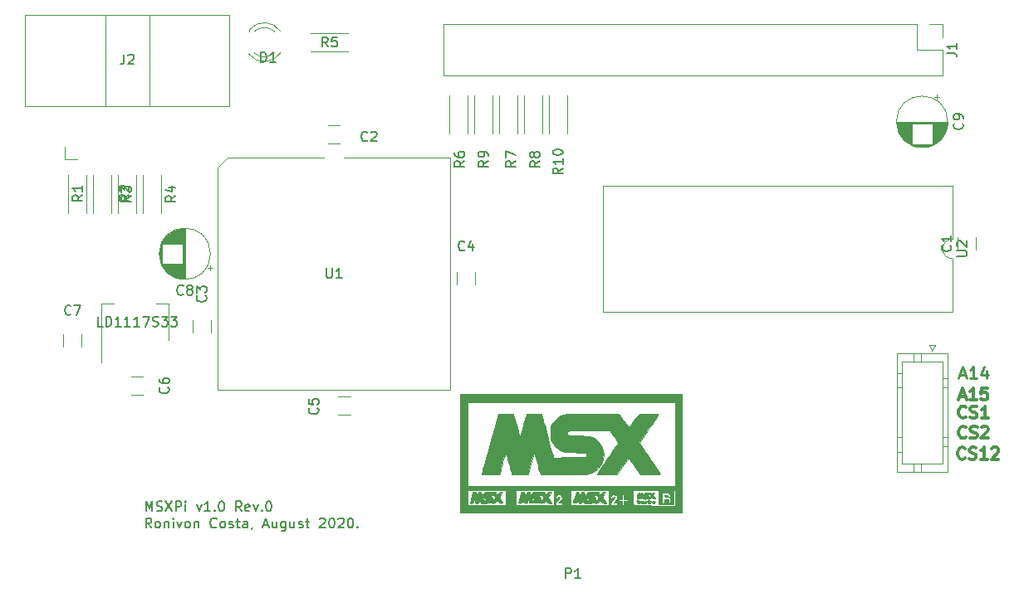
<source format=gbr>
G04 #@! TF.GenerationSoftware,KiCad,Pcbnew,(5.1.5)-3*
G04 #@! TF.CreationDate,2020-07-28T20:00:16+01:00*
G04 #@! TF.ProjectId,MSXPi_v1.0_Rev0,4d535850-695f-4763-912e-305f52657630,rev?*
G04 #@! TF.SameCoordinates,Original*
G04 #@! TF.FileFunction,Legend,Top*
G04 #@! TF.FilePolarity,Positive*
%FSLAX46Y46*%
G04 Gerber Fmt 4.6, Leading zero omitted, Abs format (unit mm)*
G04 Created by KiCad (PCBNEW (5.1.5)-3) date 2020-07-28 20:00:16*
%MOMM*%
%LPD*%
G04 APERTURE LIST*
%ADD10C,0.200000*%
%ADD11C,0.300000*%
%ADD12C,0.250000*%
%ADD13C,0.010000*%
%ADD14C,0.120000*%
%ADD15C,0.150000*%
G04 APERTURE END LIST*
D10*
X148196095Y-43036380D02*
X148196095Y-42036380D01*
X148529428Y-42750666D01*
X148862761Y-42036380D01*
X148862761Y-43036380D01*
X149291333Y-42988761D02*
X149434190Y-43036380D01*
X149672285Y-43036380D01*
X149767523Y-42988761D01*
X149815142Y-42941142D01*
X149862761Y-42845904D01*
X149862761Y-42750666D01*
X149815142Y-42655428D01*
X149767523Y-42607809D01*
X149672285Y-42560190D01*
X149481809Y-42512571D01*
X149386571Y-42464952D01*
X149338952Y-42417333D01*
X149291333Y-42322095D01*
X149291333Y-42226857D01*
X149338952Y-42131619D01*
X149386571Y-42084000D01*
X149481809Y-42036380D01*
X149719904Y-42036380D01*
X149862761Y-42084000D01*
X150196095Y-42036380D02*
X150862761Y-43036380D01*
X150862761Y-42036380D02*
X150196095Y-43036380D01*
X151243714Y-43036380D02*
X151243714Y-42036380D01*
X151624666Y-42036380D01*
X151719904Y-42084000D01*
X151767523Y-42131619D01*
X151815142Y-42226857D01*
X151815142Y-42369714D01*
X151767523Y-42464952D01*
X151719904Y-42512571D01*
X151624666Y-42560190D01*
X151243714Y-42560190D01*
X152243714Y-43036380D02*
X152243714Y-42369714D01*
X152243714Y-42036380D02*
X152196095Y-42084000D01*
X152243714Y-42131619D01*
X152291333Y-42084000D01*
X152243714Y-42036380D01*
X152243714Y-42131619D01*
X153386571Y-42369714D02*
X153624666Y-43036380D01*
X153862761Y-42369714D01*
X154767523Y-43036380D02*
X154196095Y-43036380D01*
X154481809Y-43036380D02*
X154481809Y-42036380D01*
X154386571Y-42179238D01*
X154291333Y-42274476D01*
X154196095Y-42322095D01*
X155196095Y-42941142D02*
X155243714Y-42988761D01*
X155196095Y-43036380D01*
X155148476Y-42988761D01*
X155196095Y-42941142D01*
X155196095Y-43036380D01*
X155862761Y-42036380D02*
X155958000Y-42036380D01*
X156053238Y-42084000D01*
X156100857Y-42131619D01*
X156148476Y-42226857D01*
X156196095Y-42417333D01*
X156196095Y-42655428D01*
X156148476Y-42845904D01*
X156100857Y-42941142D01*
X156053238Y-42988761D01*
X155958000Y-43036380D01*
X155862761Y-43036380D01*
X155767523Y-42988761D01*
X155719904Y-42941142D01*
X155672285Y-42845904D01*
X155624666Y-42655428D01*
X155624666Y-42417333D01*
X155672285Y-42226857D01*
X155719904Y-42131619D01*
X155767523Y-42084000D01*
X155862761Y-42036380D01*
X157958000Y-43036380D02*
X157624666Y-42560190D01*
X157386571Y-43036380D02*
X157386571Y-42036380D01*
X157767523Y-42036380D01*
X157862761Y-42084000D01*
X157910380Y-42131619D01*
X157958000Y-42226857D01*
X157958000Y-42369714D01*
X157910380Y-42464952D01*
X157862761Y-42512571D01*
X157767523Y-42560190D01*
X157386571Y-42560190D01*
X158767523Y-42988761D02*
X158672285Y-43036380D01*
X158481809Y-43036380D01*
X158386571Y-42988761D01*
X158338952Y-42893523D01*
X158338952Y-42512571D01*
X158386571Y-42417333D01*
X158481809Y-42369714D01*
X158672285Y-42369714D01*
X158767523Y-42417333D01*
X158815142Y-42512571D01*
X158815142Y-42607809D01*
X158338952Y-42703047D01*
X159148476Y-42369714D02*
X159386571Y-43036380D01*
X159624666Y-42369714D01*
X160005619Y-42941142D02*
X160053238Y-42988761D01*
X160005619Y-43036380D01*
X159958000Y-42988761D01*
X160005619Y-42941142D01*
X160005619Y-43036380D01*
X160672285Y-42036380D02*
X160767523Y-42036380D01*
X160862761Y-42084000D01*
X160910380Y-42131619D01*
X160958000Y-42226857D01*
X161005619Y-42417333D01*
X161005619Y-42655428D01*
X160958000Y-42845904D01*
X160910380Y-42941142D01*
X160862761Y-42988761D01*
X160767523Y-43036380D01*
X160672285Y-43036380D01*
X160577047Y-42988761D01*
X160529428Y-42941142D01*
X160481809Y-42845904D01*
X160434190Y-42655428D01*
X160434190Y-42417333D01*
X160481809Y-42226857D01*
X160529428Y-42131619D01*
X160577047Y-42084000D01*
X160672285Y-42036380D01*
X148767523Y-44736380D02*
X148434190Y-44260190D01*
X148196095Y-44736380D02*
X148196095Y-43736380D01*
X148577047Y-43736380D01*
X148672285Y-43784000D01*
X148719904Y-43831619D01*
X148767523Y-43926857D01*
X148767523Y-44069714D01*
X148719904Y-44164952D01*
X148672285Y-44212571D01*
X148577047Y-44260190D01*
X148196095Y-44260190D01*
X149338952Y-44736380D02*
X149243714Y-44688761D01*
X149196095Y-44641142D01*
X149148476Y-44545904D01*
X149148476Y-44260190D01*
X149196095Y-44164952D01*
X149243714Y-44117333D01*
X149338952Y-44069714D01*
X149481809Y-44069714D01*
X149577047Y-44117333D01*
X149624666Y-44164952D01*
X149672285Y-44260190D01*
X149672285Y-44545904D01*
X149624666Y-44641142D01*
X149577047Y-44688761D01*
X149481809Y-44736380D01*
X149338952Y-44736380D01*
X150100857Y-44069714D02*
X150100857Y-44736380D01*
X150100857Y-44164952D02*
X150148476Y-44117333D01*
X150243714Y-44069714D01*
X150386571Y-44069714D01*
X150481809Y-44117333D01*
X150529428Y-44212571D01*
X150529428Y-44736380D01*
X151005619Y-44736380D02*
X151005619Y-44069714D01*
X151005619Y-43736380D02*
X150958000Y-43784000D01*
X151005619Y-43831619D01*
X151053238Y-43784000D01*
X151005619Y-43736380D01*
X151005619Y-43831619D01*
X151386571Y-44069714D02*
X151624666Y-44736380D01*
X151862761Y-44069714D01*
X152386571Y-44736380D02*
X152291333Y-44688761D01*
X152243714Y-44641142D01*
X152196095Y-44545904D01*
X152196095Y-44260190D01*
X152243714Y-44164952D01*
X152291333Y-44117333D01*
X152386571Y-44069714D01*
X152529428Y-44069714D01*
X152624666Y-44117333D01*
X152672285Y-44164952D01*
X152719904Y-44260190D01*
X152719904Y-44545904D01*
X152672285Y-44641142D01*
X152624666Y-44688761D01*
X152529428Y-44736380D01*
X152386571Y-44736380D01*
X153148476Y-44069714D02*
X153148476Y-44736380D01*
X153148476Y-44164952D02*
X153196095Y-44117333D01*
X153291333Y-44069714D01*
X153434190Y-44069714D01*
X153529428Y-44117333D01*
X153577047Y-44212571D01*
X153577047Y-44736380D01*
X155386571Y-44641142D02*
X155338952Y-44688761D01*
X155196095Y-44736380D01*
X155100857Y-44736380D01*
X154958000Y-44688761D01*
X154862761Y-44593523D01*
X154815142Y-44498285D01*
X154767523Y-44307809D01*
X154767523Y-44164952D01*
X154815142Y-43974476D01*
X154862761Y-43879238D01*
X154958000Y-43784000D01*
X155100857Y-43736380D01*
X155196095Y-43736380D01*
X155338952Y-43784000D01*
X155386571Y-43831619D01*
X155958000Y-44736380D02*
X155862761Y-44688761D01*
X155815142Y-44641142D01*
X155767523Y-44545904D01*
X155767523Y-44260190D01*
X155815142Y-44164952D01*
X155862761Y-44117333D01*
X155958000Y-44069714D01*
X156100857Y-44069714D01*
X156196095Y-44117333D01*
X156243714Y-44164952D01*
X156291333Y-44260190D01*
X156291333Y-44545904D01*
X156243714Y-44641142D01*
X156196095Y-44688761D01*
X156100857Y-44736380D01*
X155958000Y-44736380D01*
X156672285Y-44688761D02*
X156767523Y-44736380D01*
X156958000Y-44736380D01*
X157053238Y-44688761D01*
X157100857Y-44593523D01*
X157100857Y-44545904D01*
X157053238Y-44450666D01*
X156958000Y-44403047D01*
X156815142Y-44403047D01*
X156719904Y-44355428D01*
X156672285Y-44260190D01*
X156672285Y-44212571D01*
X156719904Y-44117333D01*
X156815142Y-44069714D01*
X156958000Y-44069714D01*
X157053238Y-44117333D01*
X157386571Y-44069714D02*
X157767523Y-44069714D01*
X157529428Y-43736380D02*
X157529428Y-44593523D01*
X157577047Y-44688761D01*
X157672285Y-44736380D01*
X157767523Y-44736380D01*
X158529428Y-44736380D02*
X158529428Y-44212571D01*
X158481809Y-44117333D01*
X158386571Y-44069714D01*
X158196095Y-44069714D01*
X158100857Y-44117333D01*
X158529428Y-44688761D02*
X158434190Y-44736380D01*
X158196095Y-44736380D01*
X158100857Y-44688761D01*
X158053238Y-44593523D01*
X158053238Y-44498285D01*
X158100857Y-44403047D01*
X158196095Y-44355428D01*
X158434190Y-44355428D01*
X158529428Y-44307809D01*
X159053238Y-44688761D02*
X159053238Y-44736380D01*
X159005619Y-44831619D01*
X158958000Y-44879238D01*
X160196095Y-44450666D02*
X160672285Y-44450666D01*
X160100857Y-44736380D02*
X160434190Y-43736380D01*
X160767523Y-44736380D01*
X161529428Y-44069714D02*
X161529428Y-44736380D01*
X161100857Y-44069714D02*
X161100857Y-44593523D01*
X161148476Y-44688761D01*
X161243714Y-44736380D01*
X161386571Y-44736380D01*
X161481809Y-44688761D01*
X161529428Y-44641142D01*
X162434190Y-44069714D02*
X162434190Y-44879238D01*
X162386571Y-44974476D01*
X162338952Y-45022095D01*
X162243714Y-45069714D01*
X162100857Y-45069714D01*
X162005619Y-45022095D01*
X162434190Y-44688761D02*
X162338952Y-44736380D01*
X162148476Y-44736380D01*
X162053238Y-44688761D01*
X162005619Y-44641142D01*
X161958000Y-44545904D01*
X161958000Y-44260190D01*
X162005619Y-44164952D01*
X162053238Y-44117333D01*
X162148476Y-44069714D01*
X162338952Y-44069714D01*
X162434190Y-44117333D01*
X163338952Y-44069714D02*
X163338952Y-44736380D01*
X162910380Y-44069714D02*
X162910380Y-44593523D01*
X162958000Y-44688761D01*
X163053238Y-44736380D01*
X163196095Y-44736380D01*
X163291333Y-44688761D01*
X163338952Y-44641142D01*
X163767523Y-44688761D02*
X163862761Y-44736380D01*
X164053238Y-44736380D01*
X164148476Y-44688761D01*
X164196095Y-44593523D01*
X164196095Y-44545904D01*
X164148476Y-44450666D01*
X164053238Y-44403047D01*
X163910380Y-44403047D01*
X163815142Y-44355428D01*
X163767523Y-44260190D01*
X163767523Y-44212571D01*
X163815142Y-44117333D01*
X163910380Y-44069714D01*
X164053238Y-44069714D01*
X164148476Y-44117333D01*
X164481809Y-44069714D02*
X164862761Y-44069714D01*
X164624666Y-43736380D02*
X164624666Y-44593523D01*
X164672285Y-44688761D01*
X164767523Y-44736380D01*
X164862761Y-44736380D01*
X165910380Y-43831619D02*
X165958000Y-43784000D01*
X166053238Y-43736380D01*
X166291333Y-43736380D01*
X166386571Y-43784000D01*
X166434190Y-43831619D01*
X166481809Y-43926857D01*
X166481809Y-44022095D01*
X166434190Y-44164952D01*
X165862761Y-44736380D01*
X166481809Y-44736380D01*
X167100857Y-43736380D02*
X167196095Y-43736380D01*
X167291333Y-43784000D01*
X167338952Y-43831619D01*
X167386571Y-43926857D01*
X167434190Y-44117333D01*
X167434190Y-44355428D01*
X167386571Y-44545904D01*
X167338952Y-44641142D01*
X167291333Y-44688761D01*
X167196095Y-44736380D01*
X167100857Y-44736380D01*
X167005619Y-44688761D01*
X166958000Y-44641142D01*
X166910380Y-44545904D01*
X166862761Y-44355428D01*
X166862761Y-44117333D01*
X166910380Y-43926857D01*
X166958000Y-43831619D01*
X167005619Y-43784000D01*
X167100857Y-43736380D01*
X167815142Y-43831619D02*
X167862761Y-43784000D01*
X167958000Y-43736380D01*
X168196095Y-43736380D01*
X168291333Y-43784000D01*
X168338952Y-43831619D01*
X168386571Y-43926857D01*
X168386571Y-44022095D01*
X168338952Y-44164952D01*
X167767523Y-44736380D01*
X168386571Y-44736380D01*
X169005619Y-43736380D02*
X169100857Y-43736380D01*
X169196095Y-43784000D01*
X169243714Y-43831619D01*
X169291333Y-43926857D01*
X169338952Y-44117333D01*
X169338952Y-44355428D01*
X169291333Y-44545904D01*
X169243714Y-44641142D01*
X169196095Y-44688761D01*
X169100857Y-44736380D01*
X169005619Y-44736380D01*
X168910380Y-44688761D01*
X168862761Y-44641142D01*
X168815142Y-44545904D01*
X168767523Y-44355428D01*
X168767523Y-44117333D01*
X168815142Y-43926857D01*
X168862761Y-43831619D01*
X168910380Y-43784000D01*
X169005619Y-43736380D01*
X169767523Y-44641142D02*
X169815142Y-44688761D01*
X169767523Y-44736380D01*
X169719904Y-44688761D01*
X169767523Y-44641142D01*
X169767523Y-44736380D01*
D11*
X231707142Y-37610571D02*
X231650000Y-37667714D01*
X231478571Y-37724857D01*
X231364285Y-37724857D01*
X231192857Y-37667714D01*
X231078571Y-37553428D01*
X231021428Y-37439142D01*
X230964285Y-37210571D01*
X230964285Y-37039142D01*
X231021428Y-36810571D01*
X231078571Y-36696285D01*
X231192857Y-36582000D01*
X231364285Y-36524857D01*
X231478571Y-36524857D01*
X231650000Y-36582000D01*
X231707142Y-36639142D01*
X232164285Y-37667714D02*
X232335714Y-37724857D01*
X232621428Y-37724857D01*
X232735714Y-37667714D01*
X232792857Y-37610571D01*
X232850000Y-37496285D01*
X232850000Y-37382000D01*
X232792857Y-37267714D01*
X232735714Y-37210571D01*
X232621428Y-37153428D01*
X232392857Y-37096285D01*
X232278571Y-37039142D01*
X232221428Y-36982000D01*
X232164285Y-36867714D01*
X232164285Y-36753428D01*
X232221428Y-36639142D01*
X232278571Y-36582000D01*
X232392857Y-36524857D01*
X232678571Y-36524857D01*
X232850000Y-36582000D01*
X233992857Y-37724857D02*
X233307142Y-37724857D01*
X233650000Y-37724857D02*
X233650000Y-36524857D01*
X233535714Y-36696285D01*
X233421428Y-36810571D01*
X233307142Y-36867714D01*
X234450000Y-36639142D02*
X234507142Y-36582000D01*
X234621428Y-36524857D01*
X234907142Y-36524857D01*
X235021428Y-36582000D01*
X235078571Y-36639142D01*
X235135714Y-36753428D01*
X235135714Y-36867714D01*
X235078571Y-37039142D01*
X234392857Y-37724857D01*
X235135714Y-37724857D01*
X231798571Y-35470571D02*
X231741428Y-35527714D01*
X231570000Y-35584857D01*
X231455714Y-35584857D01*
X231284285Y-35527714D01*
X231170000Y-35413428D01*
X231112857Y-35299142D01*
X231055714Y-35070571D01*
X231055714Y-34899142D01*
X231112857Y-34670571D01*
X231170000Y-34556285D01*
X231284285Y-34442000D01*
X231455714Y-34384857D01*
X231570000Y-34384857D01*
X231741428Y-34442000D01*
X231798571Y-34499142D01*
X232255714Y-35527714D02*
X232427142Y-35584857D01*
X232712857Y-35584857D01*
X232827142Y-35527714D01*
X232884285Y-35470571D01*
X232941428Y-35356285D01*
X232941428Y-35242000D01*
X232884285Y-35127714D01*
X232827142Y-35070571D01*
X232712857Y-35013428D01*
X232484285Y-34956285D01*
X232370000Y-34899142D01*
X232312857Y-34842000D01*
X232255714Y-34727714D01*
X232255714Y-34613428D01*
X232312857Y-34499142D01*
X232370000Y-34442000D01*
X232484285Y-34384857D01*
X232770000Y-34384857D01*
X232941428Y-34442000D01*
X233398571Y-34499142D02*
X233455714Y-34442000D01*
X233570000Y-34384857D01*
X233855714Y-34384857D01*
X233970000Y-34442000D01*
X234027142Y-34499142D01*
X234084285Y-34613428D01*
X234084285Y-34727714D01*
X234027142Y-34899142D01*
X233341428Y-35584857D01*
X234084285Y-35584857D01*
X231788571Y-33410571D02*
X231731428Y-33467714D01*
X231560000Y-33524857D01*
X231445714Y-33524857D01*
X231274285Y-33467714D01*
X231160000Y-33353428D01*
X231102857Y-33239142D01*
X231045714Y-33010571D01*
X231045714Y-32839142D01*
X231102857Y-32610571D01*
X231160000Y-32496285D01*
X231274285Y-32382000D01*
X231445714Y-32324857D01*
X231560000Y-32324857D01*
X231731428Y-32382000D01*
X231788571Y-32439142D01*
X232245714Y-33467714D02*
X232417142Y-33524857D01*
X232702857Y-33524857D01*
X232817142Y-33467714D01*
X232874285Y-33410571D01*
X232931428Y-33296285D01*
X232931428Y-33182000D01*
X232874285Y-33067714D01*
X232817142Y-33010571D01*
X232702857Y-32953428D01*
X232474285Y-32896285D01*
X232360000Y-32839142D01*
X232302857Y-32782000D01*
X232245714Y-32667714D01*
X232245714Y-32553428D01*
X232302857Y-32439142D01*
X232360000Y-32382000D01*
X232474285Y-32324857D01*
X232760000Y-32324857D01*
X232931428Y-32382000D01*
X234074285Y-33524857D02*
X233388571Y-33524857D01*
X233731428Y-33524857D02*
X233731428Y-32324857D01*
X233617142Y-32496285D01*
X233502857Y-32610571D01*
X233388571Y-32667714D01*
X231161428Y-31332000D02*
X231732857Y-31332000D01*
X231047142Y-31674857D02*
X231447142Y-30474857D01*
X231847142Y-31674857D01*
X232875714Y-31674857D02*
X232190000Y-31674857D01*
X232532857Y-31674857D02*
X232532857Y-30474857D01*
X232418571Y-30646285D01*
X232304285Y-30760571D01*
X232190000Y-30817714D01*
X233961428Y-30474857D02*
X233390000Y-30474857D01*
X233332857Y-31046285D01*
X233390000Y-30989142D01*
X233504285Y-30932000D01*
X233790000Y-30932000D01*
X233904285Y-30989142D01*
X233961428Y-31046285D01*
X234018571Y-31160571D01*
X234018571Y-31446285D01*
X233961428Y-31560571D01*
X233904285Y-31617714D01*
X233790000Y-31674857D01*
X233504285Y-31674857D01*
X233390000Y-31617714D01*
X233332857Y-31560571D01*
D12*
X231161428Y-29162000D02*
X231732857Y-29162000D01*
X231047142Y-29504857D02*
X231447142Y-28304857D01*
X231847142Y-29504857D01*
X232875714Y-29504857D02*
X232190000Y-29504857D01*
X232532857Y-29504857D02*
X232532857Y-28304857D01*
X232418571Y-28476285D01*
X232304285Y-28590571D01*
X232190000Y-28647714D01*
X233904285Y-28704857D02*
X233904285Y-29504857D01*
X233618571Y-28247714D02*
X233332857Y-29104857D01*
X234075714Y-29104857D01*
D13*
G36*
X201331699Y-41367574D02*
G01*
X201372719Y-41403156D01*
X201379667Y-41465500D01*
X201368597Y-41537071D01*
X201318781Y-41566370D01*
X201231500Y-41571333D01*
X201131301Y-41563426D01*
X201090281Y-41527843D01*
X201083334Y-41465500D01*
X201094404Y-41393929D01*
X201144219Y-41364629D01*
X201231500Y-41359667D01*
X201331699Y-41367574D01*
G37*
X201331699Y-41367574D02*
X201372719Y-41403156D01*
X201379667Y-41465500D01*
X201368597Y-41537071D01*
X201318781Y-41566370D01*
X201231500Y-41571333D01*
X201131301Y-41563426D01*
X201090281Y-41527843D01*
X201083334Y-41465500D01*
X201094404Y-41393929D01*
X201144219Y-41364629D01*
X201231500Y-41359667D01*
X201331699Y-41367574D01*
G36*
X196864815Y-33716216D02*
G01*
X197050475Y-33979358D01*
X197194421Y-34178268D01*
X197301736Y-34319271D01*
X197377504Y-34408691D01*
X197426808Y-34452855D01*
X197454732Y-34458088D01*
X197458397Y-34454782D01*
X197486164Y-34416764D01*
X197555377Y-34320744D01*
X197658228Y-34177588D01*
X197786912Y-33998161D01*
X197933623Y-33793331D01*
X197946136Y-33775850D01*
X198129787Y-33524942D01*
X198284372Y-33325416D01*
X198405200Y-33182953D01*
X198487580Y-33103238D01*
X198513512Y-33088511D01*
X198592846Y-33078632D01*
X198736996Y-33071333D01*
X198930517Y-33066510D01*
X199157968Y-33064061D01*
X199403906Y-33063884D01*
X199652888Y-33065878D01*
X199889472Y-33069939D01*
X200098213Y-33075965D01*
X200263671Y-33083855D01*
X200370401Y-33093506D01*
X200401529Y-33101008D01*
X200414576Y-33112240D01*
X200420041Y-33129830D01*
X200414381Y-33159356D01*
X200394056Y-33206398D01*
X200355523Y-33276535D01*
X200295241Y-33375347D01*
X200209669Y-33508414D01*
X200095263Y-33681315D01*
X199948483Y-33899630D01*
X199765787Y-34168939D01*
X199543633Y-34494820D01*
X199278479Y-34882854D01*
X199166829Y-35046127D01*
X198490488Y-36035087D01*
X199141262Y-36993460D01*
X199447345Y-37444510D01*
X199708912Y-37830733D01*
X199929244Y-38157187D01*
X200111625Y-38428927D01*
X200259337Y-38651010D01*
X200375662Y-38828494D01*
X200463884Y-38966434D01*
X200527284Y-39069887D01*
X200569145Y-39143911D01*
X200592749Y-39193561D01*
X200601380Y-39223895D01*
X200598963Y-39239015D01*
X200548798Y-39256099D01*
X200420774Y-39269194D01*
X200213182Y-39278378D01*
X199924307Y-39283729D01*
X199581066Y-39285333D01*
X198591795Y-39285333D01*
X198127123Y-38618583D01*
X197972514Y-38397932D01*
X197825517Y-38190325D01*
X197696402Y-38010102D01*
X197595438Y-37871605D01*
X197535088Y-37791912D01*
X197407725Y-37631992D01*
X197086656Y-38069568D01*
X196930326Y-38283977D01*
X196759894Y-38519906D01*
X196598852Y-38744732D01*
X196498921Y-38885655D01*
X196232254Y-39264167D01*
X195242293Y-39275549D01*
X194960540Y-39277372D01*
X194707066Y-39276311D01*
X194494133Y-39272639D01*
X194334002Y-39266628D01*
X194238933Y-39258548D01*
X194218245Y-39252845D01*
X194232862Y-39209359D01*
X194294152Y-39099904D01*
X194399994Y-38927701D01*
X194548272Y-38695976D01*
X194736864Y-38407951D01*
X194963653Y-38066851D01*
X195226520Y-37675900D01*
X195523345Y-37238321D01*
X195852010Y-36757337D01*
X196004959Y-36534536D01*
X196137010Y-36341369D01*
X196226741Y-36204592D01*
X196280072Y-36111018D01*
X196302923Y-36047457D01*
X196301216Y-36000721D01*
X196280871Y-35957622D01*
X196271025Y-35941869D01*
X196222921Y-35869807D01*
X196136733Y-35743986D01*
X196023134Y-35579866D01*
X195892795Y-35392906D01*
X195838604Y-35315532D01*
X195474167Y-34795897D01*
X193364641Y-34807532D01*
X192887523Y-34810273D01*
X192487954Y-34812985D01*
X192158815Y-34815976D01*
X191892990Y-34819553D01*
X191683361Y-34824024D01*
X191522811Y-34829697D01*
X191404221Y-34836879D01*
X191320476Y-34845879D01*
X191264456Y-34857004D01*
X191229045Y-34870562D01*
X191207126Y-34886861D01*
X191195058Y-34901341D01*
X191146874Y-35003444D01*
X191135648Y-35070674D01*
X191138493Y-35135005D01*
X191152455Y-35184969D01*
X191187287Y-35222785D01*
X191252742Y-35250673D01*
X191358573Y-35270851D01*
X191514533Y-35285540D01*
X191730376Y-35296959D01*
X192015854Y-35307328D01*
X192201590Y-35313246D01*
X192618897Y-35329361D01*
X192963370Y-35351304D01*
X193246805Y-35382543D01*
X193481001Y-35426546D01*
X193677755Y-35486779D01*
X193848867Y-35566711D01*
X194006134Y-35669809D01*
X194161354Y-35799539D01*
X194295911Y-35928751D01*
X194535976Y-36225868D01*
X194707604Y-36560352D01*
X194810875Y-36919829D01*
X194845868Y-37291926D01*
X194812661Y-37664270D01*
X194711335Y-38024487D01*
X194541967Y-38360203D01*
X194304638Y-38659047D01*
X194278291Y-38685333D01*
X193959767Y-38948646D01*
X193625464Y-39130180D01*
X193271399Y-39231998D01*
X193201994Y-39242446D01*
X193099756Y-39250248D01*
X192922138Y-39257594D01*
X192678425Y-39264334D01*
X192377903Y-39270318D01*
X192029859Y-39275394D01*
X191643577Y-39279413D01*
X191228343Y-39282225D01*
X190793444Y-39283677D01*
X190648167Y-39283832D01*
X188404500Y-39284946D01*
X188227078Y-38660723D01*
X188149970Y-38388246D01*
X188066778Y-38092304D01*
X187986897Y-37806430D01*
X187919722Y-37564159D01*
X187912575Y-37538203D01*
X187858283Y-37350757D01*
X187809631Y-37200939D01*
X187771687Y-37103136D01*
X187749518Y-37071735D01*
X187748566Y-37072537D01*
X187730791Y-37120619D01*
X187694433Y-37239490D01*
X187642645Y-37418111D01*
X187578578Y-37645439D01*
X187505384Y-37910436D01*
X187428069Y-38195175D01*
X187134500Y-39285183D01*
X186322867Y-39285258D01*
X185511233Y-39285333D01*
X185467039Y-39147750D01*
X185443869Y-39068202D01*
X185403021Y-38920235D01*
X185348136Y-38717364D01*
X185282858Y-38473107D01*
X185210830Y-38200982D01*
X185168921Y-38041526D01*
X185096578Y-37768034D01*
X185030427Y-37522633D01*
X184973703Y-37316950D01*
X184929642Y-37162610D01*
X184901479Y-37071242D01*
X184893328Y-37051217D01*
X184885091Y-37043464D01*
X184876744Y-37044237D01*
X184865547Y-37062294D01*
X184848756Y-37106394D01*
X184823630Y-37185295D01*
X184787427Y-37307754D01*
X184737405Y-37482531D01*
X184670822Y-37718384D01*
X184584936Y-38024071D01*
X184551731Y-38142333D01*
X184473015Y-38422537D01*
X184401090Y-38678325D01*
X184339382Y-38897528D01*
X184291319Y-39067978D01*
X184260328Y-39177504D01*
X184250675Y-39211250D01*
X184237060Y-39236065D01*
X184205550Y-39254666D01*
X184145336Y-39267934D01*
X184045609Y-39276751D01*
X183895559Y-39282000D01*
X183684378Y-39284563D01*
X183401257Y-39285320D01*
X183342814Y-39285333D01*
X183033547Y-39284212D01*
X182800351Y-39280501D01*
X182634653Y-39273679D01*
X182527883Y-39263227D01*
X182471469Y-39248624D01*
X182456667Y-39231528D01*
X182468239Y-39167442D01*
X182502767Y-39022988D01*
X182559969Y-38799210D01*
X182639564Y-38497156D01*
X182741268Y-38117872D01*
X182864801Y-37662404D01*
X183009881Y-37131799D01*
X183176224Y-36527101D01*
X183363550Y-35849359D01*
X183525998Y-35263667D01*
X184131511Y-33083500D01*
X184849839Y-33073011D01*
X185090544Y-33071462D01*
X185303301Y-33073797D01*
X185472984Y-33079556D01*
X185584465Y-33088280D01*
X185620743Y-33096466D01*
X185645444Y-33144934D01*
X185688236Y-33264226D01*
X185745685Y-33443279D01*
X185814360Y-33671032D01*
X185890830Y-33936422D01*
X185969844Y-34221697D01*
X186050399Y-34515421D01*
X186125620Y-34784539D01*
X186192171Y-35017519D01*
X186246715Y-35202830D01*
X186285917Y-35328938D01*
X186306004Y-35383576D01*
X186318677Y-35408430D01*
X186329329Y-35425793D01*
X186340603Y-35427679D01*
X186355142Y-35406106D01*
X186375590Y-35353091D01*
X186404591Y-35260651D01*
X186444789Y-35120804D01*
X186498826Y-34925565D01*
X186569346Y-34666951D01*
X186658993Y-34336981D01*
X186688417Y-34228748D01*
X186769504Y-33936326D01*
X186846132Y-33670735D01*
X186914882Y-33442989D01*
X186972336Y-33264102D01*
X187015076Y-33145088D01*
X187039655Y-33096979D01*
X187094988Y-33086648D01*
X187214873Y-33078013D01*
X187382746Y-33071205D01*
X187582047Y-33066352D01*
X187796212Y-33063582D01*
X188008679Y-33063023D01*
X188202887Y-33064806D01*
X188362274Y-33069057D01*
X188470276Y-33075907D01*
X188510332Y-33085483D01*
X188510334Y-33085556D01*
X188521213Y-33128274D01*
X188552167Y-33243428D01*
X188600673Y-33421859D01*
X188664207Y-33654407D01*
X188740245Y-33931913D01*
X188826263Y-34245219D01*
X188919737Y-34585165D01*
X189018143Y-34942592D01*
X189118957Y-35308341D01*
X189219655Y-35673253D01*
X189317715Y-36028168D01*
X189410610Y-36363929D01*
X189495818Y-36671375D01*
X189570815Y-36941348D01*
X189633077Y-37164688D01*
X189680080Y-37332236D01*
X189697588Y-37394041D01*
X189743705Y-37555916D01*
X191338936Y-37540590D01*
X191700654Y-37536253D01*
X192037452Y-37530565D01*
X192339528Y-37523813D01*
X192597083Y-37516290D01*
X192800318Y-37508284D01*
X192939431Y-37500086D01*
X193004623Y-37491986D01*
X193006639Y-37491221D01*
X193086002Y-37414817D01*
X193115435Y-37304973D01*
X193094936Y-37193717D01*
X193024507Y-37113077D01*
X193006639Y-37104332D01*
X192944859Y-37094279D01*
X192811461Y-37082471D01*
X192619457Y-37069723D01*
X192381855Y-37056848D01*
X192111665Y-37044664D01*
X191960500Y-37038793D01*
X191600059Y-37024639D01*
X191311106Y-37009725D01*
X191080487Y-36991297D01*
X190895048Y-36966598D01*
X190741634Y-36932873D01*
X190607090Y-36887367D01*
X190478262Y-36827323D01*
X190341995Y-36749986D01*
X190219080Y-36673999D01*
X189940120Y-36451744D01*
X189704866Y-36161819D01*
X189555341Y-35898667D01*
X189499957Y-35781864D01*
X189462274Y-35684361D01*
X189438889Y-35585328D01*
X189426400Y-35463934D01*
X189421405Y-35299348D01*
X189420500Y-35073167D01*
X189421458Y-34844920D01*
X189426627Y-34680146D01*
X189439449Y-34557655D01*
X189463369Y-34456256D01*
X189501828Y-34354760D01*
X189556604Y-34235491D01*
X189759993Y-33900778D01*
X190028710Y-33605868D01*
X190346710Y-33367185D01*
X190474413Y-33296023D01*
X190564674Y-33252360D01*
X190655645Y-33214581D01*
X190753917Y-33182257D01*
X190866075Y-33154960D01*
X190998709Y-33132259D01*
X191158407Y-33113727D01*
X191351755Y-33098935D01*
X191585343Y-33087453D01*
X191865758Y-33078852D01*
X192199589Y-33072705D01*
X192593422Y-33068581D01*
X193053847Y-33066053D01*
X193587450Y-33064690D01*
X194035571Y-33064178D01*
X196406975Y-33062333D01*
X196864815Y-33716216D01*
G37*
X196864815Y-33716216D02*
X197050475Y-33979358D01*
X197194421Y-34178268D01*
X197301736Y-34319271D01*
X197377504Y-34408691D01*
X197426808Y-34452855D01*
X197454732Y-34458088D01*
X197458397Y-34454782D01*
X197486164Y-34416764D01*
X197555377Y-34320744D01*
X197658228Y-34177588D01*
X197786912Y-33998161D01*
X197933623Y-33793331D01*
X197946136Y-33775850D01*
X198129787Y-33524942D01*
X198284372Y-33325416D01*
X198405200Y-33182953D01*
X198487580Y-33103238D01*
X198513512Y-33088511D01*
X198592846Y-33078632D01*
X198736996Y-33071333D01*
X198930517Y-33066510D01*
X199157968Y-33064061D01*
X199403906Y-33063884D01*
X199652888Y-33065878D01*
X199889472Y-33069939D01*
X200098213Y-33075965D01*
X200263671Y-33083855D01*
X200370401Y-33093506D01*
X200401529Y-33101008D01*
X200414576Y-33112240D01*
X200420041Y-33129830D01*
X200414381Y-33159356D01*
X200394056Y-33206398D01*
X200355523Y-33276535D01*
X200295241Y-33375347D01*
X200209669Y-33508414D01*
X200095263Y-33681315D01*
X199948483Y-33899630D01*
X199765787Y-34168939D01*
X199543633Y-34494820D01*
X199278479Y-34882854D01*
X199166829Y-35046127D01*
X198490488Y-36035087D01*
X199141262Y-36993460D01*
X199447345Y-37444510D01*
X199708912Y-37830733D01*
X199929244Y-38157187D01*
X200111625Y-38428927D01*
X200259337Y-38651010D01*
X200375662Y-38828494D01*
X200463884Y-38966434D01*
X200527284Y-39069887D01*
X200569145Y-39143911D01*
X200592749Y-39193561D01*
X200601380Y-39223895D01*
X200598963Y-39239015D01*
X200548798Y-39256099D01*
X200420774Y-39269194D01*
X200213182Y-39278378D01*
X199924307Y-39283729D01*
X199581066Y-39285333D01*
X198591795Y-39285333D01*
X198127123Y-38618583D01*
X197972514Y-38397932D01*
X197825517Y-38190325D01*
X197696402Y-38010102D01*
X197595438Y-37871605D01*
X197535088Y-37791912D01*
X197407725Y-37631992D01*
X197086656Y-38069568D01*
X196930326Y-38283977D01*
X196759894Y-38519906D01*
X196598852Y-38744732D01*
X196498921Y-38885655D01*
X196232254Y-39264167D01*
X195242293Y-39275549D01*
X194960540Y-39277372D01*
X194707066Y-39276311D01*
X194494133Y-39272639D01*
X194334002Y-39266628D01*
X194238933Y-39258548D01*
X194218245Y-39252845D01*
X194232862Y-39209359D01*
X194294152Y-39099904D01*
X194399994Y-38927701D01*
X194548272Y-38695976D01*
X194736864Y-38407951D01*
X194963653Y-38066851D01*
X195226520Y-37675900D01*
X195523345Y-37238321D01*
X195852010Y-36757337D01*
X196004959Y-36534536D01*
X196137010Y-36341369D01*
X196226741Y-36204592D01*
X196280072Y-36111018D01*
X196302923Y-36047457D01*
X196301216Y-36000721D01*
X196280871Y-35957622D01*
X196271025Y-35941869D01*
X196222921Y-35869807D01*
X196136733Y-35743986D01*
X196023134Y-35579866D01*
X195892795Y-35392906D01*
X195838604Y-35315532D01*
X195474167Y-34795897D01*
X193364641Y-34807532D01*
X192887523Y-34810273D01*
X192487954Y-34812985D01*
X192158815Y-34815976D01*
X191892990Y-34819553D01*
X191683361Y-34824024D01*
X191522811Y-34829697D01*
X191404221Y-34836879D01*
X191320476Y-34845879D01*
X191264456Y-34857004D01*
X191229045Y-34870562D01*
X191207126Y-34886861D01*
X191195058Y-34901341D01*
X191146874Y-35003444D01*
X191135648Y-35070674D01*
X191138493Y-35135005D01*
X191152455Y-35184969D01*
X191187287Y-35222785D01*
X191252742Y-35250673D01*
X191358573Y-35270851D01*
X191514533Y-35285540D01*
X191730376Y-35296959D01*
X192015854Y-35307328D01*
X192201590Y-35313246D01*
X192618897Y-35329361D01*
X192963370Y-35351304D01*
X193246805Y-35382543D01*
X193481001Y-35426546D01*
X193677755Y-35486779D01*
X193848867Y-35566711D01*
X194006134Y-35669809D01*
X194161354Y-35799539D01*
X194295911Y-35928751D01*
X194535976Y-36225868D01*
X194707604Y-36560352D01*
X194810875Y-36919829D01*
X194845868Y-37291926D01*
X194812661Y-37664270D01*
X194711335Y-38024487D01*
X194541967Y-38360203D01*
X194304638Y-38659047D01*
X194278291Y-38685333D01*
X193959767Y-38948646D01*
X193625464Y-39130180D01*
X193271399Y-39231998D01*
X193201994Y-39242446D01*
X193099756Y-39250248D01*
X192922138Y-39257594D01*
X192678425Y-39264334D01*
X192377903Y-39270318D01*
X192029859Y-39275394D01*
X191643577Y-39279413D01*
X191228343Y-39282225D01*
X190793444Y-39283677D01*
X190648167Y-39283832D01*
X188404500Y-39284946D01*
X188227078Y-38660723D01*
X188149970Y-38388246D01*
X188066778Y-38092304D01*
X187986897Y-37806430D01*
X187919722Y-37564159D01*
X187912575Y-37538203D01*
X187858283Y-37350757D01*
X187809631Y-37200939D01*
X187771687Y-37103136D01*
X187749518Y-37071735D01*
X187748566Y-37072537D01*
X187730791Y-37120619D01*
X187694433Y-37239490D01*
X187642645Y-37418111D01*
X187578578Y-37645439D01*
X187505384Y-37910436D01*
X187428069Y-38195175D01*
X187134500Y-39285183D01*
X186322867Y-39285258D01*
X185511233Y-39285333D01*
X185467039Y-39147750D01*
X185443869Y-39068202D01*
X185403021Y-38920235D01*
X185348136Y-38717364D01*
X185282858Y-38473107D01*
X185210830Y-38200982D01*
X185168921Y-38041526D01*
X185096578Y-37768034D01*
X185030427Y-37522633D01*
X184973703Y-37316950D01*
X184929642Y-37162610D01*
X184901479Y-37071242D01*
X184893328Y-37051217D01*
X184885091Y-37043464D01*
X184876744Y-37044237D01*
X184865547Y-37062294D01*
X184848756Y-37106394D01*
X184823630Y-37185295D01*
X184787427Y-37307754D01*
X184737405Y-37482531D01*
X184670822Y-37718384D01*
X184584936Y-38024071D01*
X184551731Y-38142333D01*
X184473015Y-38422537D01*
X184401090Y-38678325D01*
X184339382Y-38897528D01*
X184291319Y-39067978D01*
X184260328Y-39177504D01*
X184250675Y-39211250D01*
X184237060Y-39236065D01*
X184205550Y-39254666D01*
X184145336Y-39267934D01*
X184045609Y-39276751D01*
X183895559Y-39282000D01*
X183684378Y-39284563D01*
X183401257Y-39285320D01*
X183342814Y-39285333D01*
X183033547Y-39284212D01*
X182800351Y-39280501D01*
X182634653Y-39273679D01*
X182527883Y-39263227D01*
X182471469Y-39248624D01*
X182456667Y-39231528D01*
X182468239Y-39167442D01*
X182502767Y-39022988D01*
X182559969Y-38799210D01*
X182639564Y-38497156D01*
X182741268Y-38117872D01*
X182864801Y-37662404D01*
X183009881Y-37131799D01*
X183176224Y-36527101D01*
X183363550Y-35849359D01*
X183525998Y-35263667D01*
X184131511Y-33083500D01*
X184849839Y-33073011D01*
X185090544Y-33071462D01*
X185303301Y-33073797D01*
X185472984Y-33079556D01*
X185584465Y-33088280D01*
X185620743Y-33096466D01*
X185645444Y-33144934D01*
X185688236Y-33264226D01*
X185745685Y-33443279D01*
X185814360Y-33671032D01*
X185890830Y-33936422D01*
X185969844Y-34221697D01*
X186050399Y-34515421D01*
X186125620Y-34784539D01*
X186192171Y-35017519D01*
X186246715Y-35202830D01*
X186285917Y-35328938D01*
X186306004Y-35383576D01*
X186318677Y-35408430D01*
X186329329Y-35425793D01*
X186340603Y-35427679D01*
X186355142Y-35406106D01*
X186375590Y-35353091D01*
X186404591Y-35260651D01*
X186444789Y-35120804D01*
X186498826Y-34925565D01*
X186569346Y-34666951D01*
X186658993Y-34336981D01*
X186688417Y-34228748D01*
X186769504Y-33936326D01*
X186846132Y-33670735D01*
X186914882Y-33442989D01*
X186972336Y-33264102D01*
X187015076Y-33145088D01*
X187039655Y-33096979D01*
X187094988Y-33086648D01*
X187214873Y-33078013D01*
X187382746Y-33071205D01*
X187582047Y-33066352D01*
X187796212Y-33063582D01*
X188008679Y-33063023D01*
X188202887Y-33064806D01*
X188362274Y-33069057D01*
X188470276Y-33075907D01*
X188510332Y-33085483D01*
X188510334Y-33085556D01*
X188521213Y-33128274D01*
X188552167Y-33243428D01*
X188600673Y-33421859D01*
X188664207Y-33654407D01*
X188740245Y-33931913D01*
X188826263Y-34245219D01*
X188919737Y-34585165D01*
X189018143Y-34942592D01*
X189118957Y-35308341D01*
X189219655Y-35673253D01*
X189317715Y-36028168D01*
X189410610Y-36363929D01*
X189495818Y-36671375D01*
X189570815Y-36941348D01*
X189633077Y-37164688D01*
X189680080Y-37332236D01*
X189697588Y-37394041D01*
X189743705Y-37555916D01*
X191338936Y-37540590D01*
X191700654Y-37536253D01*
X192037452Y-37530565D01*
X192339528Y-37523813D01*
X192597083Y-37516290D01*
X192800318Y-37508284D01*
X192939431Y-37500086D01*
X193004623Y-37491986D01*
X193006639Y-37491221D01*
X193086002Y-37414817D01*
X193115435Y-37304973D01*
X193094936Y-37193717D01*
X193024507Y-37113077D01*
X193006639Y-37104332D01*
X192944859Y-37094279D01*
X192811461Y-37082471D01*
X192619457Y-37069723D01*
X192381855Y-37056848D01*
X192111665Y-37044664D01*
X191960500Y-37038793D01*
X191600059Y-37024639D01*
X191311106Y-37009725D01*
X191080487Y-36991297D01*
X190895048Y-36966598D01*
X190741634Y-36932873D01*
X190607090Y-36887367D01*
X190478262Y-36827323D01*
X190341995Y-36749986D01*
X190219080Y-36673999D01*
X189940120Y-36451744D01*
X189704866Y-36161819D01*
X189555341Y-35898667D01*
X189499957Y-35781864D01*
X189462274Y-35684361D01*
X189438889Y-35585328D01*
X189426400Y-35463934D01*
X189421405Y-35299348D01*
X189420500Y-35073167D01*
X189421458Y-34844920D01*
X189426627Y-34680146D01*
X189439449Y-34557655D01*
X189463369Y-34456256D01*
X189501828Y-34354760D01*
X189556604Y-34235491D01*
X189759993Y-33900778D01*
X190028710Y-33605868D01*
X190346710Y-33367185D01*
X190474413Y-33296023D01*
X190564674Y-33252360D01*
X190655645Y-33214581D01*
X190753917Y-33182257D01*
X190866075Y-33154960D01*
X190998709Y-33132259D01*
X191158407Y-33113727D01*
X191351755Y-33098935D01*
X191585343Y-33087453D01*
X191865758Y-33078852D01*
X192199589Y-33072705D01*
X192593422Y-33068581D01*
X193053847Y-33066053D01*
X193587450Y-33064690D01*
X194035571Y-33064178D01*
X196406975Y-33062333D01*
X196864815Y-33716216D01*
G36*
X192955392Y-41423384D02*
G01*
X193012804Y-41631522D01*
X193061182Y-41770460D01*
X193113788Y-41852677D01*
X193183886Y-41890651D01*
X193284738Y-41896859D01*
X193429608Y-41883780D01*
X193443178Y-41882309D01*
X193738500Y-41850299D01*
X193477659Y-41806066D01*
X193268879Y-41754976D01*
X193133190Y-41680286D01*
X193060340Y-41573327D01*
X193040090Y-41436454D01*
X193357205Y-41436454D01*
X193357500Y-41444333D01*
X193411703Y-41468798D01*
X193520783Y-41484087D01*
X193594756Y-41486667D01*
X193790976Y-41516235D01*
X193928188Y-41602355D01*
X194001850Y-41741148D01*
X194013667Y-41844576D01*
X194018422Y-41943333D01*
X194030131Y-41993201D01*
X194032800Y-41994667D01*
X194065447Y-41962874D01*
X194128478Y-41881348D01*
X194177090Y-41812757D01*
X194248695Y-41703578D01*
X194276306Y-41634051D01*
X194265390Y-41575111D01*
X194232818Y-41516424D01*
X194197426Y-41464034D01*
X194155946Y-41430711D01*
X194090091Y-41412146D01*
X193981576Y-41404026D01*
X193812112Y-41402043D01*
X193747363Y-41402000D01*
X193542686Y-41406005D01*
X193411005Y-41417667D01*
X193357205Y-41436454D01*
X193040090Y-41436454D01*
X193040000Y-41435848D01*
X193066114Y-41279691D01*
X193143909Y-41167242D01*
X193190961Y-41124456D01*
X193242032Y-41095374D01*
X193313544Y-41077358D01*
X193421922Y-41067772D01*
X193583589Y-41063977D01*
X193790949Y-41063333D01*
X194334079Y-41063333D01*
X194412996Y-41196930D01*
X194491914Y-41330526D01*
X194603308Y-41194040D01*
X194687298Y-41105842D01*
X194770240Y-41070802D01*
X194893355Y-41071027D01*
X195072009Y-41084500D01*
X194902806Y-41338500D01*
X194819634Y-41468130D01*
X194759209Y-41571414D01*
X194733645Y-41627535D01*
X194733468Y-41629457D01*
X194756475Y-41679272D01*
X194817558Y-41777957D01*
X194904601Y-41906196D01*
X194925972Y-41936374D01*
X195118611Y-42206333D01*
X194915389Y-42206044D01*
X194785861Y-42199364D01*
X194705091Y-42168157D01*
X194637468Y-42094968D01*
X194610618Y-42056649D01*
X194509070Y-41907543D01*
X194402774Y-42056938D01*
X194322463Y-42153726D01*
X194240490Y-42196542D01*
X194116192Y-42206330D01*
X194112739Y-42206333D01*
X193985242Y-42198032D01*
X193934774Y-42169082D01*
X193954963Y-42113416D01*
X193981917Y-42081750D01*
X193986990Y-42065477D01*
X193935570Y-42093656D01*
X193907834Y-42112167D01*
X193826680Y-42155459D01*
X193718164Y-42186535D01*
X193563608Y-42209118D01*
X193344334Y-42226934D01*
X193326670Y-42228062D01*
X193127154Y-42241613D01*
X192994464Y-42246431D01*
X192910756Y-42233931D01*
X192858189Y-42195528D01*
X192818921Y-42122638D01*
X192775111Y-42006677D01*
X192754873Y-41952945D01*
X192728010Y-41891569D01*
X192706977Y-41890074D01*
X192679169Y-41956847D01*
X192659439Y-42016445D01*
X192603076Y-42156781D01*
X192538356Y-42226381D01*
X192445581Y-42238412D01*
X192354884Y-42220024D01*
X192297313Y-42169007D01*
X192255816Y-42071369D01*
X192254656Y-42066185D01*
X192220805Y-41937174D01*
X192189891Y-41890967D01*
X192157928Y-41925983D01*
X192127683Y-42015833D01*
X192090597Y-42124153D01*
X192039933Y-42175399D01*
X191944673Y-42194856D01*
X191903994Y-42198184D01*
X191796679Y-42198936D01*
X191736494Y-42185367D01*
X191731546Y-42177017D01*
X191744302Y-42125603D01*
X191776419Y-42009368D01*
X191823281Y-41844693D01*
X191880272Y-41647959D01*
X191890296Y-41613667D01*
X192045167Y-41084500D01*
X192190642Y-41084500D01*
X192290935Y-41093989D01*
X192342696Y-41139276D01*
X192373873Y-41232667D01*
X192415150Y-41363059D01*
X192452830Y-41409435D01*
X192489585Y-41372211D01*
X192526892Y-41256582D01*
X192561371Y-41138939D01*
X192600981Y-41082268D01*
X192667430Y-41064511D01*
X192717093Y-41063333D01*
X192858633Y-41063333D01*
X192955392Y-41423384D01*
G37*
X192955392Y-41423384D02*
X193012804Y-41631522D01*
X193061182Y-41770460D01*
X193113788Y-41852677D01*
X193183886Y-41890651D01*
X193284738Y-41896859D01*
X193429608Y-41883780D01*
X193443178Y-41882309D01*
X193738500Y-41850299D01*
X193477659Y-41806066D01*
X193268879Y-41754976D01*
X193133190Y-41680286D01*
X193060340Y-41573327D01*
X193040090Y-41436454D01*
X193357205Y-41436454D01*
X193357500Y-41444333D01*
X193411703Y-41468798D01*
X193520783Y-41484087D01*
X193594756Y-41486667D01*
X193790976Y-41516235D01*
X193928188Y-41602355D01*
X194001850Y-41741148D01*
X194013667Y-41844576D01*
X194018422Y-41943333D01*
X194030131Y-41993201D01*
X194032800Y-41994667D01*
X194065447Y-41962874D01*
X194128478Y-41881348D01*
X194177090Y-41812757D01*
X194248695Y-41703578D01*
X194276306Y-41634051D01*
X194265390Y-41575111D01*
X194232818Y-41516424D01*
X194197426Y-41464034D01*
X194155946Y-41430711D01*
X194090091Y-41412146D01*
X193981576Y-41404026D01*
X193812112Y-41402043D01*
X193747363Y-41402000D01*
X193542686Y-41406005D01*
X193411005Y-41417667D01*
X193357205Y-41436454D01*
X193040090Y-41436454D01*
X193040000Y-41435848D01*
X193066114Y-41279691D01*
X193143909Y-41167242D01*
X193190961Y-41124456D01*
X193242032Y-41095374D01*
X193313544Y-41077358D01*
X193421922Y-41067772D01*
X193583589Y-41063977D01*
X193790949Y-41063333D01*
X194334079Y-41063333D01*
X194412996Y-41196930D01*
X194491914Y-41330526D01*
X194603308Y-41194040D01*
X194687298Y-41105842D01*
X194770240Y-41070802D01*
X194893355Y-41071027D01*
X195072009Y-41084500D01*
X194902806Y-41338500D01*
X194819634Y-41468130D01*
X194759209Y-41571414D01*
X194733645Y-41627535D01*
X194733468Y-41629457D01*
X194756475Y-41679272D01*
X194817558Y-41777957D01*
X194904601Y-41906196D01*
X194925972Y-41936374D01*
X195118611Y-42206333D01*
X194915389Y-42206044D01*
X194785861Y-42199364D01*
X194705091Y-42168157D01*
X194637468Y-42094968D01*
X194610618Y-42056649D01*
X194509070Y-41907543D01*
X194402774Y-42056938D01*
X194322463Y-42153726D01*
X194240490Y-42196542D01*
X194116192Y-42206330D01*
X194112739Y-42206333D01*
X193985242Y-42198032D01*
X193934774Y-42169082D01*
X193954963Y-42113416D01*
X193981917Y-42081750D01*
X193986990Y-42065477D01*
X193935570Y-42093656D01*
X193907834Y-42112167D01*
X193826680Y-42155459D01*
X193718164Y-42186535D01*
X193563608Y-42209118D01*
X193344334Y-42226934D01*
X193326670Y-42228062D01*
X193127154Y-42241613D01*
X192994464Y-42246431D01*
X192910756Y-42233931D01*
X192858189Y-42195528D01*
X192818921Y-42122638D01*
X192775111Y-42006677D01*
X192754873Y-41952945D01*
X192728010Y-41891569D01*
X192706977Y-41890074D01*
X192679169Y-41956847D01*
X192659439Y-42016445D01*
X192603076Y-42156781D01*
X192538356Y-42226381D01*
X192445581Y-42238412D01*
X192354884Y-42220024D01*
X192297313Y-42169007D01*
X192255816Y-42071369D01*
X192254656Y-42066185D01*
X192220805Y-41937174D01*
X192189891Y-41890967D01*
X192157928Y-41925983D01*
X192127683Y-42015833D01*
X192090597Y-42124153D01*
X192039933Y-42175399D01*
X191944673Y-42194856D01*
X191903994Y-42198184D01*
X191796679Y-42198936D01*
X191736494Y-42185367D01*
X191731546Y-42177017D01*
X191744302Y-42125603D01*
X191776419Y-42009368D01*
X191823281Y-41844693D01*
X191880272Y-41647959D01*
X191890296Y-41613667D01*
X192045167Y-41084500D01*
X192190642Y-41084500D01*
X192290935Y-41093989D01*
X192342696Y-41139276D01*
X192373873Y-41232667D01*
X192415150Y-41363059D01*
X192452830Y-41409435D01*
X192489585Y-41372211D01*
X192526892Y-41256582D01*
X192561371Y-41138939D01*
X192600981Y-41082268D01*
X192667430Y-41064511D01*
X192717093Y-41063333D01*
X192858633Y-41063333D01*
X192955392Y-41423384D01*
G36*
X186641243Y-41071716D02*
G01*
X186735796Y-41086751D01*
X186789330Y-41126981D01*
X186825337Y-41216305D01*
X186841088Y-41275000D01*
X186871766Y-41387129D01*
X186892872Y-41426401D01*
X186914671Y-41402271D01*
X186933016Y-41359667D01*
X186972724Y-41245089D01*
X186992160Y-41169167D01*
X187030099Y-41105755D01*
X187125544Y-41075464D01*
X187160416Y-41071730D01*
X187312628Y-41058960D01*
X187412740Y-41447273D01*
X187471560Y-41655916D01*
X187529764Y-41793344D01*
X187601992Y-41871626D01*
X187702884Y-41902827D01*
X187847079Y-41899014D01*
X187946114Y-41886916D01*
X188192834Y-41853251D01*
X187981745Y-41820204D01*
X187794388Y-41788081D01*
X187671756Y-41756693D01*
X187594443Y-41717280D01*
X187543040Y-41661078D01*
X187512825Y-41608494D01*
X187467560Y-41444905D01*
X187469691Y-41436265D01*
X187811681Y-41436265D01*
X187811834Y-41444333D01*
X187866036Y-41468798D01*
X187975116Y-41484087D01*
X188049089Y-41486667D01*
X188246346Y-41515998D01*
X188382860Y-41602589D01*
X188456228Y-41744331D01*
X188468941Y-41855159D01*
X188469883Y-42015833D01*
X188551700Y-41910000D01*
X188629427Y-41799928D01*
X188684912Y-41708917D01*
X188714575Y-41615449D01*
X188685261Y-41518510D01*
X188679667Y-41507833D01*
X188649474Y-41459446D01*
X188609666Y-41428623D01*
X188542496Y-41411414D01*
X188430216Y-41403867D01*
X188255079Y-41402030D01*
X188204348Y-41402000D01*
X187998800Y-41405981D01*
X187866295Y-41417577D01*
X187811681Y-41436265D01*
X187469691Y-41436265D01*
X187506041Y-41288944D01*
X187599964Y-41165521D01*
X187646573Y-41123417D01*
X187697897Y-41094802D01*
X187770325Y-41077083D01*
X187880247Y-41067662D01*
X188044051Y-41063946D01*
X188245282Y-41063333D01*
X188788412Y-41063333D01*
X188867329Y-41196930D01*
X188946247Y-41330526D01*
X189057641Y-41194040D01*
X189141631Y-41105842D01*
X189224573Y-41070802D01*
X189347689Y-41071027D01*
X189526342Y-41084500D01*
X189357139Y-41338500D01*
X189274196Y-41466450D01*
X189213821Y-41566143D01*
X189188019Y-41617671D01*
X189187802Y-41619328D01*
X189210079Y-41664483D01*
X189269348Y-41760515D01*
X189354060Y-41888929D01*
X189379448Y-41926244D01*
X189571229Y-42206333D01*
X189366242Y-42206333D01*
X189233855Y-42199225D01*
X189150117Y-42167421D01*
X189079486Y-42095196D01*
X189061627Y-42071578D01*
X188961998Y-41936823D01*
X188849500Y-42071578D01*
X188755770Y-42163325D01*
X188654637Y-42200966D01*
X188560167Y-42206333D01*
X188435673Y-42197604D01*
X188388386Y-42167368D01*
X188412266Y-42109552D01*
X188436250Y-42081750D01*
X188441247Y-42066452D01*
X188390423Y-42096157D01*
X188360365Y-42117085D01*
X188296575Y-42157318D01*
X188227567Y-42183092D01*
X188134478Y-42196884D01*
X187998444Y-42201172D01*
X187800602Y-42198433D01*
X187750276Y-42197218D01*
X187268989Y-42185167D01*
X187221472Y-42015833D01*
X187185615Y-41914602D01*
X187154163Y-41892941D01*
X187123063Y-41952529D01*
X187093782Y-42068750D01*
X187066239Y-42158564D01*
X187016394Y-42197432D01*
X186914745Y-42206292D01*
X186899935Y-42206333D01*
X186796168Y-42200623D01*
X186739624Y-42168349D01*
X186703281Y-42086801D01*
X186685886Y-42026417D01*
X186636175Y-41846500D01*
X186574893Y-42026417D01*
X186531361Y-42137847D01*
X186483156Y-42190139D01*
X186402217Y-42205526D01*
X186347806Y-42206333D01*
X186243031Y-42201096D01*
X186185680Y-42188046D01*
X186182000Y-42183204D01*
X186192809Y-42136102D01*
X186222427Y-42023202D01*
X186266644Y-41860181D01*
X186321247Y-41662719D01*
X186336113Y-41609503D01*
X186490226Y-41058931D01*
X186641243Y-41071716D01*
G37*
X186641243Y-41071716D02*
X186735796Y-41086751D01*
X186789330Y-41126981D01*
X186825337Y-41216305D01*
X186841088Y-41275000D01*
X186871766Y-41387129D01*
X186892872Y-41426401D01*
X186914671Y-41402271D01*
X186933016Y-41359667D01*
X186972724Y-41245089D01*
X186992160Y-41169167D01*
X187030099Y-41105755D01*
X187125544Y-41075464D01*
X187160416Y-41071730D01*
X187312628Y-41058960D01*
X187412740Y-41447273D01*
X187471560Y-41655916D01*
X187529764Y-41793344D01*
X187601992Y-41871626D01*
X187702884Y-41902827D01*
X187847079Y-41899014D01*
X187946114Y-41886916D01*
X188192834Y-41853251D01*
X187981745Y-41820204D01*
X187794388Y-41788081D01*
X187671756Y-41756693D01*
X187594443Y-41717280D01*
X187543040Y-41661078D01*
X187512825Y-41608494D01*
X187467560Y-41444905D01*
X187469691Y-41436265D01*
X187811681Y-41436265D01*
X187811834Y-41444333D01*
X187866036Y-41468798D01*
X187975116Y-41484087D01*
X188049089Y-41486667D01*
X188246346Y-41515998D01*
X188382860Y-41602589D01*
X188456228Y-41744331D01*
X188468941Y-41855159D01*
X188469883Y-42015833D01*
X188551700Y-41910000D01*
X188629427Y-41799928D01*
X188684912Y-41708917D01*
X188714575Y-41615449D01*
X188685261Y-41518510D01*
X188679667Y-41507833D01*
X188649474Y-41459446D01*
X188609666Y-41428623D01*
X188542496Y-41411414D01*
X188430216Y-41403867D01*
X188255079Y-41402030D01*
X188204348Y-41402000D01*
X187998800Y-41405981D01*
X187866295Y-41417577D01*
X187811681Y-41436265D01*
X187469691Y-41436265D01*
X187506041Y-41288944D01*
X187599964Y-41165521D01*
X187646573Y-41123417D01*
X187697897Y-41094802D01*
X187770325Y-41077083D01*
X187880247Y-41067662D01*
X188044051Y-41063946D01*
X188245282Y-41063333D01*
X188788412Y-41063333D01*
X188867329Y-41196930D01*
X188946247Y-41330526D01*
X189057641Y-41194040D01*
X189141631Y-41105842D01*
X189224573Y-41070802D01*
X189347689Y-41071027D01*
X189526342Y-41084500D01*
X189357139Y-41338500D01*
X189274196Y-41466450D01*
X189213821Y-41566143D01*
X189188019Y-41617671D01*
X189187802Y-41619328D01*
X189210079Y-41664483D01*
X189269348Y-41760515D01*
X189354060Y-41888929D01*
X189379448Y-41926244D01*
X189571229Y-42206333D01*
X189366242Y-42206333D01*
X189233855Y-42199225D01*
X189150117Y-42167421D01*
X189079486Y-42095196D01*
X189061627Y-42071578D01*
X188961998Y-41936823D01*
X188849500Y-42071578D01*
X188755770Y-42163325D01*
X188654637Y-42200966D01*
X188560167Y-42206333D01*
X188435673Y-42197604D01*
X188388386Y-42167368D01*
X188412266Y-42109552D01*
X188436250Y-42081750D01*
X188441247Y-42066452D01*
X188390423Y-42096157D01*
X188360365Y-42117085D01*
X188296575Y-42157318D01*
X188227567Y-42183092D01*
X188134478Y-42196884D01*
X187998444Y-42201172D01*
X187800602Y-42198433D01*
X187750276Y-42197218D01*
X187268989Y-42185167D01*
X187221472Y-42015833D01*
X187185615Y-41914602D01*
X187154163Y-41892941D01*
X187123063Y-41952529D01*
X187093782Y-42068750D01*
X187066239Y-42158564D01*
X187016394Y-42197432D01*
X186914745Y-42206292D01*
X186899935Y-42206333D01*
X186796168Y-42200623D01*
X186739624Y-42168349D01*
X186703281Y-42086801D01*
X186685886Y-42026417D01*
X186636175Y-41846500D01*
X186574893Y-42026417D01*
X186531361Y-42137847D01*
X186483156Y-42190139D01*
X186402217Y-42205526D01*
X186347806Y-42206333D01*
X186243031Y-42201096D01*
X186185680Y-42188046D01*
X186182000Y-42183204D01*
X186192809Y-42136102D01*
X186222427Y-42023202D01*
X186266644Y-41860181D01*
X186321247Y-41662719D01*
X186336113Y-41609503D01*
X186490226Y-41058931D01*
X186641243Y-41071716D01*
G36*
X181690868Y-41071787D02*
G01*
X181803377Y-41095890D01*
X181853357Y-41150662D01*
X181858173Y-41169167D01*
X181886580Y-41275523D01*
X181916046Y-41359667D01*
X181942306Y-41416838D01*
X181963476Y-41418764D01*
X181989873Y-41355809D01*
X182018052Y-41264417D01*
X182058705Y-41144142D01*
X182100516Y-41084773D01*
X182164961Y-41065023D01*
X182220892Y-41063333D01*
X182305552Y-41068768D01*
X182355128Y-41099021D01*
X182388495Y-41175013D01*
X182415227Y-41278725D01*
X182466899Y-41494118D01*
X182489188Y-41444333D01*
X182837667Y-41444333D01*
X182875960Y-41467434D01*
X182974813Y-41482810D01*
X183072424Y-41486667D01*
X183280009Y-41513107D01*
X183422028Y-41592820D01*
X183499192Y-41726396D01*
X183515000Y-41853042D01*
X183517406Y-41938255D01*
X183531687Y-41969911D01*
X183568438Y-41943702D01*
X183638255Y-41855322D01*
X183693145Y-41780627D01*
X183759410Y-41683301D01*
X183778830Y-41619211D01*
X183756578Y-41554789D01*
X183733921Y-41516043D01*
X183698474Y-41463693D01*
X183656775Y-41430454D01*
X183590470Y-41411988D01*
X183481202Y-41403961D01*
X183310619Y-41402036D01*
X183251195Y-41402000D01*
X183057740Y-41406114D01*
X182918293Y-41417599D01*
X182845412Y-41435168D01*
X182837667Y-41444333D01*
X182489188Y-41444333D01*
X182542851Y-41324474D01*
X182609426Y-41208017D01*
X182683288Y-41123579D01*
X182704285Y-41109082D01*
X182780041Y-41090833D01*
X182921587Y-41076182D01*
X183110072Y-41066548D01*
X183312590Y-41063333D01*
X183835412Y-41063333D01*
X183914329Y-41196930D01*
X183993247Y-41330526D01*
X184104641Y-41194040D01*
X184188631Y-41105842D01*
X184271573Y-41070802D01*
X184394689Y-41071027D01*
X184573342Y-41084500D01*
X184404139Y-41338500D01*
X184321011Y-41467805D01*
X184260596Y-41570393D01*
X184234986Y-41625625D01*
X184234802Y-41627503D01*
X184257756Y-41677220D01*
X184318102Y-41774124D01*
X184402843Y-41897361D01*
X184404000Y-41898978D01*
X184488994Y-42022491D01*
X184549776Y-42120016D01*
X184573330Y-42170654D01*
X184573334Y-42170891D01*
X184535512Y-42192143D01*
X184439950Y-42204794D01*
X184385227Y-42206333D01*
X184260283Y-42198366D01*
X184185120Y-42163447D01*
X184125499Y-42085050D01*
X184122099Y-42079333D01*
X184064105Y-41994405D01*
X184020530Y-41953097D01*
X184016755Y-41952333D01*
X183974699Y-41983520D01*
X183909794Y-42060436D01*
X183896000Y-42079333D01*
X183823433Y-42161838D01*
X183739103Y-42198479D01*
X183617951Y-42206333D01*
X183488987Y-42198350D01*
X183436744Y-42170164D01*
X183454416Y-42115420D01*
X183483250Y-42080554D01*
X183489331Y-42064580D01*
X183440255Y-42095164D01*
X183414041Y-42114421D01*
X183351195Y-42155109D01*
X183279462Y-42181768D01*
X183180072Y-42197274D01*
X183034255Y-42204503D01*
X182823241Y-42206332D01*
X182814319Y-42206333D01*
X182336722Y-42206333D01*
X182275647Y-42026417D01*
X182214571Y-41846500D01*
X182160620Y-42022961D01*
X182095126Y-42164747D01*
X182017085Y-42223466D01*
X181928211Y-42244150D01*
X181878283Y-42239336D01*
X181838385Y-42216268D01*
X181796659Y-42158965D01*
X181749552Y-42053849D01*
X181736219Y-42015833D01*
X181680836Y-41846500D01*
X181620723Y-42026417D01*
X181578115Y-42137789D01*
X181530411Y-42190057D01*
X181449097Y-42205481D01*
X181390277Y-42206333D01*
X181275412Y-42196683D01*
X181236895Y-42166271D01*
X181239054Y-42153417D01*
X181256899Y-42094143D01*
X181291799Y-41970579D01*
X181338882Y-41800214D01*
X181393276Y-41600535D01*
X181395919Y-41590759D01*
X182512626Y-41590759D01*
X182529298Y-41692404D01*
X182540183Y-41736393D01*
X182586930Y-41910000D01*
X182828715Y-41907024D01*
X182978160Y-41899618D01*
X183103203Y-41883774D01*
X183155167Y-41870518D01*
X183179812Y-41849369D01*
X183134152Y-41830063D01*
X183011765Y-41810314D01*
X182972757Y-41805548D01*
X182776813Y-41764079D01*
X182632593Y-41695839D01*
X182552957Y-41608258D01*
X182541334Y-41556295D01*
X182524340Y-41533674D01*
X182517384Y-41538838D01*
X182512626Y-41590759D01*
X181395919Y-41590759D01*
X181398886Y-41579787D01*
X181539607Y-41059073D01*
X181690868Y-41071787D01*
G37*
X181690868Y-41071787D02*
X181803377Y-41095890D01*
X181853357Y-41150662D01*
X181858173Y-41169167D01*
X181886580Y-41275523D01*
X181916046Y-41359667D01*
X181942306Y-41416838D01*
X181963476Y-41418764D01*
X181989873Y-41355809D01*
X182018052Y-41264417D01*
X182058705Y-41144142D01*
X182100516Y-41084773D01*
X182164961Y-41065023D01*
X182220892Y-41063333D01*
X182305552Y-41068768D01*
X182355128Y-41099021D01*
X182388495Y-41175013D01*
X182415227Y-41278725D01*
X182466899Y-41494118D01*
X182489188Y-41444333D01*
X182837667Y-41444333D01*
X182875960Y-41467434D01*
X182974813Y-41482810D01*
X183072424Y-41486667D01*
X183280009Y-41513107D01*
X183422028Y-41592820D01*
X183499192Y-41726396D01*
X183515000Y-41853042D01*
X183517406Y-41938255D01*
X183531687Y-41969911D01*
X183568438Y-41943702D01*
X183638255Y-41855322D01*
X183693145Y-41780627D01*
X183759410Y-41683301D01*
X183778830Y-41619211D01*
X183756578Y-41554789D01*
X183733921Y-41516043D01*
X183698474Y-41463693D01*
X183656775Y-41430454D01*
X183590470Y-41411988D01*
X183481202Y-41403961D01*
X183310619Y-41402036D01*
X183251195Y-41402000D01*
X183057740Y-41406114D01*
X182918293Y-41417599D01*
X182845412Y-41435168D01*
X182837667Y-41444333D01*
X182489188Y-41444333D01*
X182542851Y-41324474D01*
X182609426Y-41208017D01*
X182683288Y-41123579D01*
X182704285Y-41109082D01*
X182780041Y-41090833D01*
X182921587Y-41076182D01*
X183110072Y-41066548D01*
X183312590Y-41063333D01*
X183835412Y-41063333D01*
X183914329Y-41196930D01*
X183993247Y-41330526D01*
X184104641Y-41194040D01*
X184188631Y-41105842D01*
X184271573Y-41070802D01*
X184394689Y-41071027D01*
X184573342Y-41084500D01*
X184404139Y-41338500D01*
X184321011Y-41467805D01*
X184260596Y-41570393D01*
X184234986Y-41625625D01*
X184234802Y-41627503D01*
X184257756Y-41677220D01*
X184318102Y-41774124D01*
X184402843Y-41897361D01*
X184404000Y-41898978D01*
X184488994Y-42022491D01*
X184549776Y-42120016D01*
X184573330Y-42170654D01*
X184573334Y-42170891D01*
X184535512Y-42192143D01*
X184439950Y-42204794D01*
X184385227Y-42206333D01*
X184260283Y-42198366D01*
X184185120Y-42163447D01*
X184125499Y-42085050D01*
X184122099Y-42079333D01*
X184064105Y-41994405D01*
X184020530Y-41953097D01*
X184016755Y-41952333D01*
X183974699Y-41983520D01*
X183909794Y-42060436D01*
X183896000Y-42079333D01*
X183823433Y-42161838D01*
X183739103Y-42198479D01*
X183617951Y-42206333D01*
X183488987Y-42198350D01*
X183436744Y-42170164D01*
X183454416Y-42115420D01*
X183483250Y-42080554D01*
X183489331Y-42064580D01*
X183440255Y-42095164D01*
X183414041Y-42114421D01*
X183351195Y-42155109D01*
X183279462Y-42181768D01*
X183180072Y-42197274D01*
X183034255Y-42204503D01*
X182823241Y-42206332D01*
X182814319Y-42206333D01*
X182336722Y-42206333D01*
X182275647Y-42026417D01*
X182214571Y-41846500D01*
X182160620Y-42022961D01*
X182095126Y-42164747D01*
X182017085Y-42223466D01*
X181928211Y-42244150D01*
X181878283Y-42239336D01*
X181838385Y-42216268D01*
X181796659Y-42158965D01*
X181749552Y-42053849D01*
X181736219Y-42015833D01*
X181680836Y-41846500D01*
X181620723Y-42026417D01*
X181578115Y-42137789D01*
X181530411Y-42190057D01*
X181449097Y-42205481D01*
X181390277Y-42206333D01*
X181275412Y-42196683D01*
X181236895Y-42166271D01*
X181239054Y-42153417D01*
X181256899Y-42094143D01*
X181291799Y-41970579D01*
X181338882Y-41800214D01*
X181393276Y-41600535D01*
X181395919Y-41590759D01*
X182512626Y-41590759D01*
X182529298Y-41692404D01*
X182540183Y-41736393D01*
X182586930Y-41910000D01*
X182828715Y-41907024D01*
X182978160Y-41899618D01*
X183103203Y-41883774D01*
X183155167Y-41870518D01*
X183179812Y-41849369D01*
X183134152Y-41830063D01*
X183011765Y-41810314D01*
X182972757Y-41805548D01*
X182776813Y-41764079D01*
X182632593Y-41695839D01*
X182552957Y-41608258D01*
X182541334Y-41556295D01*
X182524340Y-41533674D01*
X182517384Y-41538838D01*
X182512626Y-41590759D01*
X181395919Y-41590759D01*
X181398886Y-41579787D01*
X181539607Y-41059073D01*
X181690868Y-41071787D01*
G36*
X200061231Y-41116360D02*
G01*
X200067334Y-41132420D01*
X200047009Y-41182425D01*
X199996546Y-41273230D01*
X199980132Y-41300268D01*
X199892930Y-41441364D01*
X200002247Y-41601598D01*
X200111564Y-41761833D01*
X200018504Y-41776336D01*
X199913977Y-41752935D01*
X199856878Y-41699939D01*
X199788311Y-41609038D01*
X199709595Y-41696019D01*
X199637092Y-41750465D01*
X199554076Y-41782057D01*
X199490876Y-41782582D01*
X199474667Y-41759637D01*
X199493979Y-41711909D01*
X199542634Y-41619075D01*
X199568262Y-41573649D01*
X199623861Y-41465167D01*
X199634590Y-41397446D01*
X199605412Y-41343012D01*
X199532749Y-41302362D01*
X199417782Y-41279020D01*
X199293870Y-41274896D01*
X199194377Y-41291901D01*
X199157167Y-41317333D01*
X199173501Y-41347500D01*
X199255239Y-41359661D01*
X199257478Y-41359667D01*
X199380697Y-41386375D01*
X199476550Y-41453209D01*
X199516936Y-41540236D01*
X199517000Y-41543771D01*
X199494349Y-41614553D01*
X199451100Y-41688914D01*
X199401778Y-41741706D01*
X199331577Y-41770324D01*
X199215989Y-41781646D01*
X199115961Y-41783000D01*
X198968585Y-41780552D01*
X198883355Y-41767575D01*
X198837772Y-41735624D01*
X198809340Y-41676252D01*
X198805907Y-41666583D01*
X198765092Y-41550167D01*
X198718761Y-41666583D01*
X198658578Y-41754825D01*
X198587747Y-41779683D01*
X198529046Y-41737637D01*
X198513266Y-41698333D01*
X198481852Y-41629755D01*
X198458667Y-41613667D01*
X198423181Y-41648829D01*
X198404067Y-41698333D01*
X198355128Y-41766885D01*
X198280979Y-41783522D01*
X198239644Y-41761533D01*
X198239627Y-41713384D01*
X198258927Y-41605154D01*
X198293570Y-41458161D01*
X198302821Y-41422866D01*
X198352253Y-41254617D01*
X198394588Y-41155595D01*
X198437073Y-41111586D01*
X198464592Y-41105667D01*
X198536339Y-41144451D01*
X198569841Y-41217708D01*
X198597962Y-41329750D01*
X198658020Y-41215125D01*
X198726899Y-41126782D01*
X198794970Y-41121596D01*
X198859378Y-41198084D01*
X198915700Y-41349083D01*
X198977510Y-41571333D01*
X199152005Y-41564990D01*
X199249910Y-41559821D01*
X199267749Y-41552845D01*
X199210119Y-41541651D01*
X199199500Y-41540078D01*
X199058225Y-41499615D01*
X198985062Y-41422319D01*
X198966667Y-41313639D01*
X198988499Y-41212542D01*
X199061235Y-41147909D01*
X199195732Y-41114185D01*
X199373300Y-41105667D01*
X199559926Y-41119430D01*
X199676368Y-41162197D01*
X199693583Y-41175728D01*
X199758092Y-41222553D01*
X199810670Y-41207686D01*
X199848417Y-41175728D01*
X199926786Y-41127076D01*
X200008285Y-41105197D01*
X200061231Y-41116360D01*
G37*
X200061231Y-41116360D02*
X200067334Y-41132420D01*
X200047009Y-41182425D01*
X199996546Y-41273230D01*
X199980132Y-41300268D01*
X199892930Y-41441364D01*
X200002247Y-41601598D01*
X200111564Y-41761833D01*
X200018504Y-41776336D01*
X199913977Y-41752935D01*
X199856878Y-41699939D01*
X199788311Y-41609038D01*
X199709595Y-41696019D01*
X199637092Y-41750465D01*
X199554076Y-41782057D01*
X199490876Y-41782582D01*
X199474667Y-41759637D01*
X199493979Y-41711909D01*
X199542634Y-41619075D01*
X199568262Y-41573649D01*
X199623861Y-41465167D01*
X199634590Y-41397446D01*
X199605412Y-41343012D01*
X199532749Y-41302362D01*
X199417782Y-41279020D01*
X199293870Y-41274896D01*
X199194377Y-41291901D01*
X199157167Y-41317333D01*
X199173501Y-41347500D01*
X199255239Y-41359661D01*
X199257478Y-41359667D01*
X199380697Y-41386375D01*
X199476550Y-41453209D01*
X199516936Y-41540236D01*
X199517000Y-41543771D01*
X199494349Y-41614553D01*
X199451100Y-41688914D01*
X199401778Y-41741706D01*
X199331577Y-41770324D01*
X199215989Y-41781646D01*
X199115961Y-41783000D01*
X198968585Y-41780552D01*
X198883355Y-41767575D01*
X198837772Y-41735624D01*
X198809340Y-41676252D01*
X198805907Y-41666583D01*
X198765092Y-41550167D01*
X198718761Y-41666583D01*
X198658578Y-41754825D01*
X198587747Y-41779683D01*
X198529046Y-41737637D01*
X198513266Y-41698333D01*
X198481852Y-41629755D01*
X198458667Y-41613667D01*
X198423181Y-41648829D01*
X198404067Y-41698333D01*
X198355128Y-41766885D01*
X198280979Y-41783522D01*
X198239644Y-41761533D01*
X198239627Y-41713384D01*
X198258927Y-41605154D01*
X198293570Y-41458161D01*
X198302821Y-41422866D01*
X198352253Y-41254617D01*
X198394588Y-41155595D01*
X198437073Y-41111586D01*
X198464592Y-41105667D01*
X198536339Y-41144451D01*
X198569841Y-41217708D01*
X198597962Y-41329750D01*
X198658020Y-41215125D01*
X198726899Y-41126782D01*
X198794970Y-41121596D01*
X198859378Y-41198084D01*
X198915700Y-41349083D01*
X198977510Y-41571333D01*
X199152005Y-41564990D01*
X199249910Y-41559821D01*
X199267749Y-41552845D01*
X199210119Y-41541651D01*
X199199500Y-41540078D01*
X199058225Y-41499615D01*
X198985062Y-41422319D01*
X198966667Y-41313639D01*
X198988499Y-41212542D01*
X199061235Y-41147909D01*
X199195732Y-41114185D01*
X199373300Y-41105667D01*
X199559926Y-41119430D01*
X199676368Y-41162197D01*
X199693583Y-41175728D01*
X199758092Y-41222553D01*
X199810670Y-41207686D01*
X199848417Y-41175728D01*
X199926786Y-41127076D01*
X200008285Y-41105197D01*
X200061231Y-41116360D01*
G36*
X199954535Y-41960504D02*
G01*
X200048270Y-41980183D01*
X200083926Y-42032124D01*
X200088500Y-42100500D01*
X200075193Y-42193857D01*
X200020507Y-42233031D01*
X199979043Y-42240223D01*
X199876467Y-42227216D01*
X199816796Y-42189338D01*
X199785176Y-42097578D01*
X199787167Y-42080512D01*
X199908292Y-42080512D01*
X199922678Y-42127348D01*
X199955142Y-42159402D01*
X199973660Y-42127519D01*
X199973977Y-42061431D01*
X199965910Y-42048465D01*
X199925197Y-42038601D01*
X199908292Y-42080512D01*
X199787167Y-42080512D01*
X199792288Y-42036619D01*
X199832777Y-41973702D01*
X199915408Y-41957873D01*
X199954535Y-41960504D01*
G37*
X199954535Y-41960504D02*
X200048270Y-41980183D01*
X200083926Y-42032124D01*
X200088500Y-42100500D01*
X200075193Y-42193857D01*
X200020507Y-42233031D01*
X199979043Y-42240223D01*
X199876467Y-42227216D01*
X199816796Y-42189338D01*
X199785176Y-42097578D01*
X199787167Y-42080512D01*
X199908292Y-42080512D01*
X199922678Y-42127348D01*
X199955142Y-42159402D01*
X199973660Y-42127519D01*
X199973977Y-42061431D01*
X199965910Y-42048465D01*
X199925197Y-42038601D01*
X199908292Y-42080512D01*
X199787167Y-42080512D01*
X199792288Y-42036619D01*
X199832777Y-41973702D01*
X199915408Y-41957873D01*
X199954535Y-41960504D01*
G36*
X199467503Y-41890525D02*
G01*
X199474667Y-41910000D01*
X199510975Y-41941533D01*
X199583182Y-41952333D01*
X199656830Y-41962238D01*
X199681698Y-42009042D01*
X199678432Y-42089917D01*
X199660981Y-42181427D01*
X199614381Y-42223561D01*
X199511351Y-42240225D01*
X199506417Y-42240639D01*
X199347667Y-42253777D01*
X199347667Y-42100500D01*
X199474667Y-42100500D01*
X199497526Y-42156836D01*
X199517000Y-42164000D01*
X199554557Y-42129712D01*
X199559334Y-42100500D01*
X199536475Y-42044164D01*
X199517000Y-42037000D01*
X199479443Y-42071288D01*
X199474667Y-42100500D01*
X199347667Y-42100500D01*
X199347667Y-42060722D01*
X199355766Y-41934236D01*
X199383372Y-41876062D01*
X199411167Y-41867667D01*
X199467503Y-41890525D01*
G37*
X199467503Y-41890525D02*
X199474667Y-41910000D01*
X199510975Y-41941533D01*
X199583182Y-41952333D01*
X199656830Y-41962238D01*
X199681698Y-42009042D01*
X199678432Y-42089917D01*
X199660981Y-42181427D01*
X199614381Y-42223561D01*
X199511351Y-42240225D01*
X199506417Y-42240639D01*
X199347667Y-42253777D01*
X199347667Y-42100500D01*
X199474667Y-42100500D01*
X199497526Y-42156836D01*
X199517000Y-42164000D01*
X199554557Y-42129712D01*
X199559334Y-42100500D01*
X199536475Y-42044164D01*
X199517000Y-42037000D01*
X199479443Y-42071288D01*
X199474667Y-42100500D01*
X199347667Y-42100500D01*
X199347667Y-42060722D01*
X199355766Y-41934236D01*
X199383372Y-41876062D01*
X199411167Y-41867667D01*
X199467503Y-41890525D01*
G36*
X199272874Y-41964394D02*
G01*
X199305334Y-41991855D01*
X199271090Y-42031890D01*
X199241834Y-42037000D01*
X199190762Y-42073800D01*
X199178334Y-42142833D01*
X199155547Y-42228880D01*
X199112151Y-42248667D01*
X199066494Y-42224728D01*
X199056887Y-42141721D01*
X199059235Y-42111083D01*
X199081343Y-42012331D01*
X199137492Y-41969595D01*
X199188917Y-41960105D01*
X199272874Y-41964394D01*
G37*
X199272874Y-41964394D02*
X199305334Y-41991855D01*
X199271090Y-42031890D01*
X199241834Y-42037000D01*
X199190762Y-42073800D01*
X199178334Y-42142833D01*
X199155547Y-42228880D01*
X199112151Y-42248667D01*
X199066494Y-42224728D01*
X199056887Y-42141721D01*
X199059235Y-42111083D01*
X199081343Y-42012331D01*
X199137492Y-41969595D01*
X199188917Y-41960105D01*
X199272874Y-41964394D01*
G36*
X198943789Y-41968332D02*
G01*
X198964228Y-42031361D01*
X198966667Y-42097396D01*
X198960370Y-42198108D01*
X198925294Y-42239959D01*
X198837160Y-42248635D01*
X198823684Y-42248667D01*
X198710525Y-42231487D01*
X198632042Y-42189874D01*
X198629688Y-42187200D01*
X198592418Y-42095229D01*
X198612705Y-42007957D01*
X198681403Y-41960299D01*
X198737155Y-41972103D01*
X198758305Y-42047692D01*
X198759220Y-42065646D01*
X198763481Y-42146766D01*
X198772997Y-42146626D01*
X198792826Y-42079555D01*
X198840491Y-41994487D01*
X198894440Y-41960035D01*
X198943789Y-41968332D01*
G37*
X198943789Y-41968332D02*
X198964228Y-42031361D01*
X198966667Y-42097396D01*
X198960370Y-42198108D01*
X198925294Y-42239959D01*
X198837160Y-42248635D01*
X198823684Y-42248667D01*
X198710525Y-42231487D01*
X198632042Y-42189874D01*
X198629688Y-42187200D01*
X198592418Y-42095229D01*
X198612705Y-42007957D01*
X198681403Y-41960299D01*
X198737155Y-41972103D01*
X198758305Y-42047692D01*
X198759220Y-42065646D01*
X198763481Y-42146766D01*
X198772997Y-42146626D01*
X198792826Y-42079555D01*
X198840491Y-41994487D01*
X198894440Y-41960035D01*
X198943789Y-41968332D01*
G36*
X198416334Y-41910000D02*
G01*
X198450622Y-41947557D01*
X198479834Y-41952333D01*
X198536169Y-41975192D01*
X198543334Y-41994667D01*
X198509045Y-42032224D01*
X198479834Y-42037000D01*
X198423709Y-42070886D01*
X198416334Y-42100500D01*
X198450220Y-42156624D01*
X198479834Y-42164000D01*
X198536169Y-42186859D01*
X198543334Y-42206333D01*
X198508566Y-42238776D01*
X198425881Y-42242205D01*
X198342250Y-42220630D01*
X198297213Y-42165465D01*
X198289334Y-42121667D01*
X198264542Y-42047578D01*
X198236795Y-42026542D01*
X198212483Y-41995956D01*
X198254938Y-41938348D01*
X198335515Y-41879854D01*
X198396563Y-41872720D01*
X198416334Y-41910000D01*
G37*
X198416334Y-41910000D02*
X198450622Y-41947557D01*
X198479834Y-41952333D01*
X198536169Y-41975192D01*
X198543334Y-41994667D01*
X198509045Y-42032224D01*
X198479834Y-42037000D01*
X198423709Y-42070886D01*
X198416334Y-42100500D01*
X198450220Y-42156624D01*
X198479834Y-42164000D01*
X198536169Y-42186859D01*
X198543334Y-42206333D01*
X198508566Y-42238776D01*
X198425881Y-42242205D01*
X198342250Y-42220630D01*
X198297213Y-42165465D01*
X198289334Y-42121667D01*
X198264542Y-42047578D01*
X198236795Y-42026542D01*
X198212483Y-41995956D01*
X198254938Y-41938348D01*
X198335515Y-41879854D01*
X198396563Y-41872720D01*
X198416334Y-41910000D01*
G36*
X202014667Y-42333333D02*
G01*
X200490667Y-42333333D01*
X200490667Y-41105667D01*
X200829334Y-41105667D01*
X200829334Y-42206333D01*
X200930638Y-42206333D01*
X201018992Y-42181357D01*
X201057638Y-42139371D01*
X201075539Y-42051585D01*
X201083323Y-41931905D01*
X201083334Y-41927704D01*
X201087599Y-41838788D01*
X201115753Y-41796683D01*
X201190836Y-41783888D01*
X201273834Y-41783000D01*
X201464334Y-41783000D01*
X201464334Y-41994667D01*
X201467765Y-42120289D01*
X201485276Y-42182958D01*
X201527693Y-42204328D01*
X201570167Y-42206333D01*
X201632755Y-42199557D01*
X201664118Y-42164857D01*
X201674932Y-42080675D01*
X201676000Y-41992636D01*
X201667947Y-41851797D01*
X201635156Y-41759636D01*
X201564678Y-41680990D01*
X201559584Y-41676474D01*
X201486239Y-41609082D01*
X201473553Y-41580209D01*
X201518099Y-41573048D01*
X201538417Y-41572671D01*
X201605144Y-41556901D01*
X201630752Y-41495869D01*
X201633378Y-41433750D01*
X201595159Y-41292621D01*
X201484912Y-41188656D01*
X201308253Y-41125252D01*
X201091297Y-41105667D01*
X200829334Y-41105667D01*
X200490667Y-41105667D01*
X200490667Y-40978667D01*
X202014667Y-40978667D01*
X202014667Y-42333333D01*
G37*
X202014667Y-42333333D02*
X200490667Y-42333333D01*
X200490667Y-41105667D01*
X200829334Y-41105667D01*
X200829334Y-42206333D01*
X200930638Y-42206333D01*
X201018992Y-42181357D01*
X201057638Y-42139371D01*
X201075539Y-42051585D01*
X201083323Y-41931905D01*
X201083334Y-41927704D01*
X201087599Y-41838788D01*
X201115753Y-41796683D01*
X201190836Y-41783888D01*
X201273834Y-41783000D01*
X201464334Y-41783000D01*
X201464334Y-41994667D01*
X201467765Y-42120289D01*
X201485276Y-42182958D01*
X201527693Y-42204328D01*
X201570167Y-42206333D01*
X201632755Y-42199557D01*
X201664118Y-42164857D01*
X201674932Y-42080675D01*
X201676000Y-41992636D01*
X201667947Y-41851797D01*
X201635156Y-41759636D01*
X201564678Y-41680990D01*
X201559584Y-41676474D01*
X201486239Y-41609082D01*
X201473553Y-41580209D01*
X201518099Y-41573048D01*
X201538417Y-41572671D01*
X201605144Y-41556901D01*
X201630752Y-41495869D01*
X201633378Y-41433750D01*
X201595159Y-41292621D01*
X201484912Y-41188656D01*
X201308253Y-41125252D01*
X201091297Y-41105667D01*
X200829334Y-41105667D01*
X200490667Y-41105667D01*
X200490667Y-40978667D01*
X202014667Y-40978667D01*
X202014667Y-42333333D01*
G36*
X202819000Y-43137667D02*
G01*
X180255334Y-43137667D01*
X180255334Y-40851667D01*
X180975000Y-40851667D01*
X180975000Y-42418000D01*
X184869667Y-42418000D01*
X184869667Y-40851667D01*
X185885667Y-40851667D01*
X185885667Y-42418000D01*
X189822667Y-42418000D01*
X189822667Y-41698333D01*
X189907091Y-41698333D01*
X190055379Y-41698333D01*
X190163044Y-41685635D01*
X190202713Y-41643536D01*
X190203667Y-41631729D01*
X190232397Y-41585336D01*
X190293741Y-41583327D01*
X190350431Y-41622286D01*
X190362735Y-41646311D01*
X190343967Y-41701705D01*
X190277320Y-41793222D01*
X190186740Y-41891290D01*
X190080031Y-42010302D01*
X189999722Y-42125336D01*
X189967712Y-42197312D01*
X189943144Y-42302194D01*
X189926293Y-42365083D01*
X189941119Y-42392342D01*
X190013042Y-42409065D01*
X190152663Y-42416891D01*
X190268495Y-42418000D01*
X190627000Y-42418000D01*
X190627000Y-42291000D01*
X190621513Y-42213015D01*
X190589763Y-42176005D01*
X190508814Y-42164740D01*
X190435757Y-42164000D01*
X190244513Y-42164000D01*
X190435757Y-41980756D01*
X190555060Y-41852662D01*
X190614427Y-41749106D01*
X190627000Y-41672676D01*
X190593614Y-41515871D01*
X190506315Y-41404858D01*
X190384395Y-41342889D01*
X190247144Y-41333216D01*
X190113852Y-41379088D01*
X190003811Y-41483758D01*
X189962888Y-41560750D01*
X189907091Y-41698333D01*
X189822667Y-41698333D01*
X189822667Y-40851667D01*
X191473667Y-40851667D01*
X191473667Y-42418000D01*
X195368334Y-42418000D01*
X195530940Y-42418000D01*
X196257334Y-42418000D01*
X196257334Y-42291000D01*
X196251847Y-42213015D01*
X196220096Y-42176005D01*
X196139148Y-42164740D01*
X196066090Y-42164000D01*
X195874847Y-42164000D01*
X196066090Y-41980756D01*
X196189692Y-41840470D01*
X196346422Y-41840470D01*
X196349639Y-41878250D01*
X196370479Y-41937789D01*
X196426378Y-41969427D01*
X196540361Y-41984767D01*
X196564250Y-41986403D01*
X196765334Y-41999305D01*
X196765334Y-42208653D01*
X196769893Y-42334760D01*
X196789202Y-42397322D01*
X196831707Y-42417225D01*
X196850000Y-42418000D01*
X196900784Y-42406856D01*
X196926111Y-42359554D01*
X196934305Y-42255291D01*
X196934667Y-42206333D01*
X196934667Y-41994667D01*
X197146334Y-41994667D01*
X197271956Y-41991235D01*
X197334625Y-41973724D01*
X197355995Y-41931307D01*
X197358000Y-41888833D01*
X197351138Y-41826022D01*
X197316115Y-41794687D01*
X197231280Y-41784002D01*
X197146334Y-41783000D01*
X196934667Y-41783000D01*
X196934667Y-41550167D01*
X196930992Y-41415613D01*
X196915103Y-41345517D01*
X196879704Y-41319816D01*
X196850000Y-41317333D01*
X196801071Y-41327439D01*
X196775582Y-41371134D01*
X196766237Y-41468482D01*
X196765334Y-41550167D01*
X196765334Y-41783000D01*
X196550723Y-41783000D01*
X196424581Y-41786240D01*
X196363121Y-41802252D01*
X196346422Y-41840470D01*
X196189692Y-41840470D01*
X196196609Y-41832620D01*
X196255266Y-41699270D01*
X196248318Y-41562842D01*
X196231037Y-41509730D01*
X196168155Y-41435470D01*
X196057432Y-41366846D01*
X195934534Y-41323451D01*
X195880796Y-41317333D01*
X195778178Y-41351368D01*
X195669606Y-41435929D01*
X195584681Y-41544700D01*
X195559402Y-41603083D01*
X195550155Y-41666384D01*
X195585773Y-41692989D01*
X195682981Y-41698333D01*
X195793692Y-41685095D01*
X195833510Y-41642583D01*
X195834000Y-41634833D01*
X195867887Y-41578709D01*
X195897500Y-41571333D01*
X195948394Y-41603058D01*
X195960774Y-41676944D01*
X195937095Y-41761053D01*
X195879810Y-41823452D01*
X195878054Y-41824412D01*
X195767456Y-41915865D01*
X195660757Y-42055501D01*
X195581743Y-42209203D01*
X195560106Y-42280417D01*
X195530940Y-42418000D01*
X195368334Y-42418000D01*
X195368334Y-40851667D01*
X197866000Y-40851667D01*
X197866000Y-41627778D01*
X197867471Y-41875981D01*
X197871558Y-42094434D01*
X197877775Y-42269254D01*
X197885633Y-42386554D01*
X197894222Y-42432111D01*
X197940879Y-42437653D01*
X198064030Y-42442834D01*
X198255502Y-42447547D01*
X198507124Y-42451684D01*
X198810722Y-42455137D01*
X199158124Y-42457798D01*
X199541159Y-42459559D01*
X199951653Y-42460313D01*
X200032056Y-42460333D01*
X202141667Y-42460333D01*
X202141667Y-40851667D01*
X197866000Y-40851667D01*
X195368334Y-40851667D01*
X191473667Y-40851667D01*
X189822667Y-40851667D01*
X185885667Y-40851667D01*
X184869667Y-40851667D01*
X180975000Y-40851667D01*
X180255334Y-40851667D01*
X180255334Y-31877000D01*
X180975000Y-31877000D01*
X180975000Y-40470667D01*
X202141667Y-40470667D01*
X202141667Y-31877000D01*
X180975000Y-31877000D01*
X180255334Y-31877000D01*
X180255334Y-31072667D01*
X202819000Y-31072667D01*
X202819000Y-43137667D01*
G37*
X202819000Y-43137667D02*
X180255334Y-43137667D01*
X180255334Y-40851667D01*
X180975000Y-40851667D01*
X180975000Y-42418000D01*
X184869667Y-42418000D01*
X184869667Y-40851667D01*
X185885667Y-40851667D01*
X185885667Y-42418000D01*
X189822667Y-42418000D01*
X189822667Y-41698333D01*
X189907091Y-41698333D01*
X190055379Y-41698333D01*
X190163044Y-41685635D01*
X190202713Y-41643536D01*
X190203667Y-41631729D01*
X190232397Y-41585336D01*
X190293741Y-41583327D01*
X190350431Y-41622286D01*
X190362735Y-41646311D01*
X190343967Y-41701705D01*
X190277320Y-41793222D01*
X190186740Y-41891290D01*
X190080031Y-42010302D01*
X189999722Y-42125336D01*
X189967712Y-42197312D01*
X189943144Y-42302194D01*
X189926293Y-42365083D01*
X189941119Y-42392342D01*
X190013042Y-42409065D01*
X190152663Y-42416891D01*
X190268495Y-42418000D01*
X190627000Y-42418000D01*
X190627000Y-42291000D01*
X190621513Y-42213015D01*
X190589763Y-42176005D01*
X190508814Y-42164740D01*
X190435757Y-42164000D01*
X190244513Y-42164000D01*
X190435757Y-41980756D01*
X190555060Y-41852662D01*
X190614427Y-41749106D01*
X190627000Y-41672676D01*
X190593614Y-41515871D01*
X190506315Y-41404858D01*
X190384395Y-41342889D01*
X190247144Y-41333216D01*
X190113852Y-41379088D01*
X190003811Y-41483758D01*
X189962888Y-41560750D01*
X189907091Y-41698333D01*
X189822667Y-41698333D01*
X189822667Y-40851667D01*
X191473667Y-40851667D01*
X191473667Y-42418000D01*
X195368334Y-42418000D01*
X195530940Y-42418000D01*
X196257334Y-42418000D01*
X196257334Y-42291000D01*
X196251847Y-42213015D01*
X196220096Y-42176005D01*
X196139148Y-42164740D01*
X196066090Y-42164000D01*
X195874847Y-42164000D01*
X196066090Y-41980756D01*
X196189692Y-41840470D01*
X196346422Y-41840470D01*
X196349639Y-41878250D01*
X196370479Y-41937789D01*
X196426378Y-41969427D01*
X196540361Y-41984767D01*
X196564250Y-41986403D01*
X196765334Y-41999305D01*
X196765334Y-42208653D01*
X196769893Y-42334760D01*
X196789202Y-42397322D01*
X196831707Y-42417225D01*
X196850000Y-42418000D01*
X196900784Y-42406856D01*
X196926111Y-42359554D01*
X196934305Y-42255291D01*
X196934667Y-42206333D01*
X196934667Y-41994667D01*
X197146334Y-41994667D01*
X197271956Y-41991235D01*
X197334625Y-41973724D01*
X197355995Y-41931307D01*
X197358000Y-41888833D01*
X197351138Y-41826022D01*
X197316115Y-41794687D01*
X197231280Y-41784002D01*
X197146334Y-41783000D01*
X196934667Y-41783000D01*
X196934667Y-41550167D01*
X196930992Y-41415613D01*
X196915103Y-41345517D01*
X196879704Y-41319816D01*
X196850000Y-41317333D01*
X196801071Y-41327439D01*
X196775582Y-41371134D01*
X196766237Y-41468482D01*
X196765334Y-41550167D01*
X196765334Y-41783000D01*
X196550723Y-41783000D01*
X196424581Y-41786240D01*
X196363121Y-41802252D01*
X196346422Y-41840470D01*
X196189692Y-41840470D01*
X196196609Y-41832620D01*
X196255266Y-41699270D01*
X196248318Y-41562842D01*
X196231037Y-41509730D01*
X196168155Y-41435470D01*
X196057432Y-41366846D01*
X195934534Y-41323451D01*
X195880796Y-41317333D01*
X195778178Y-41351368D01*
X195669606Y-41435929D01*
X195584681Y-41544700D01*
X195559402Y-41603083D01*
X195550155Y-41666384D01*
X195585773Y-41692989D01*
X195682981Y-41698333D01*
X195793692Y-41685095D01*
X195833510Y-41642583D01*
X195834000Y-41634833D01*
X195867887Y-41578709D01*
X195897500Y-41571333D01*
X195948394Y-41603058D01*
X195960774Y-41676944D01*
X195937095Y-41761053D01*
X195879810Y-41823452D01*
X195878054Y-41824412D01*
X195767456Y-41915865D01*
X195660757Y-42055501D01*
X195581743Y-42209203D01*
X195560106Y-42280417D01*
X195530940Y-42418000D01*
X195368334Y-42418000D01*
X195368334Y-40851667D01*
X197866000Y-40851667D01*
X197866000Y-41627778D01*
X197867471Y-41875981D01*
X197871558Y-42094434D01*
X197877775Y-42269254D01*
X197885633Y-42386554D01*
X197894222Y-42432111D01*
X197940879Y-42437653D01*
X198064030Y-42442834D01*
X198255502Y-42447547D01*
X198507124Y-42451684D01*
X198810722Y-42455137D01*
X199158124Y-42457798D01*
X199541159Y-42459559D01*
X199951653Y-42460313D01*
X200032056Y-42460333D01*
X202141667Y-42460333D01*
X202141667Y-40851667D01*
X197866000Y-40851667D01*
X195368334Y-40851667D01*
X191473667Y-40851667D01*
X189822667Y-40851667D01*
X185885667Y-40851667D01*
X184869667Y-40851667D01*
X180975000Y-40851667D01*
X180255334Y-40851667D01*
X180255334Y-31877000D01*
X180975000Y-31877000D01*
X180975000Y-40470667D01*
X202141667Y-40470667D01*
X202141667Y-31877000D01*
X180975000Y-31877000D01*
X180255334Y-31877000D01*
X180255334Y-31072667D01*
X202819000Y-31072667D01*
X202819000Y-43137667D01*
D14*
X147924000Y-8748000D02*
X147924000Y-12588000D01*
X149764000Y-8748000D02*
X149764000Y-12588000D01*
X179236000Y-6946000D02*
X168386000Y-6946000D01*
X179236000Y-30646000D02*
X179236000Y-6946000D01*
X155536000Y-30646000D02*
X179236000Y-30646000D01*
X155536000Y-7946000D02*
X155536000Y-30646000D01*
X156536000Y-6946000D02*
X155536000Y-7946000D01*
X166386000Y-6946000D02*
X156536000Y-6946000D01*
X229422000Y6664000D02*
X229422000Y5334000D01*
X228092000Y6664000D02*
X229422000Y6664000D01*
X229422000Y4064000D02*
X229422000Y1464000D01*
X226822000Y4064000D02*
X229422000Y4064000D01*
X226822000Y6664000D02*
X226822000Y4064000D01*
X229422000Y1464000D02*
X178502000Y1464000D01*
X226822000Y6664000D02*
X178502000Y6664000D01*
X178502000Y6664000D02*
X178502000Y1464000D01*
X148554000Y-1712000D02*
X148554000Y7638000D01*
X144054000Y-1712000D02*
X144054000Y7638000D01*
X156734000Y-1712000D02*
X135874000Y-1712000D01*
X156734000Y-1712000D02*
X156734000Y7638000D01*
X135874000Y-1712000D02*
X135874000Y7638000D01*
X135874000Y7638000D02*
X156734000Y7638000D01*
X139954000Y-5842000D02*
X139954000Y-7112000D01*
X139954000Y-7112000D02*
X141224000Y-7112000D01*
X228646000Y-26096000D02*
X228346000Y-26696000D01*
X228046000Y-26096000D02*
X228646000Y-26096000D01*
X228346000Y-26696000D02*
X228046000Y-26096000D01*
X229956000Y-39016000D02*
X229956000Y-26896000D01*
X224736000Y-39016000D02*
X229956000Y-39016000D01*
X224736000Y-26896000D02*
X224736000Y-39016000D01*
X229956000Y-26896000D02*
X224736000Y-26896000D01*
X224736000Y-36986000D02*
X225246000Y-36986000D01*
X224736000Y-35486000D02*
X225246000Y-35486000D01*
X224736000Y-28926000D02*
X225246000Y-28926000D01*
X224736000Y-30426000D02*
X225246000Y-30426000D01*
X229956000Y-36426000D02*
X229446000Y-36426000D01*
X229956000Y-35486000D02*
X229446000Y-35486000D01*
X229956000Y-29486000D02*
X229446000Y-29486000D01*
X229956000Y-30426000D02*
X229446000Y-30426000D01*
X226446000Y-39016000D02*
X226446000Y-38156000D01*
X226446000Y-26896000D02*
X226446000Y-27756000D01*
X227246000Y-39016000D02*
X227246000Y-38156000D01*
X227246000Y-26896000D02*
X227246000Y-27756000D01*
X229446000Y-38156000D02*
X229446000Y-27756000D01*
X225246000Y-38156000D02*
X229446000Y-38156000D01*
X225246000Y-27756000D02*
X225246000Y-38156000D01*
X229446000Y-27756000D02*
X225246000Y-27756000D01*
X229055000Y-727225D02*
X228555000Y-727225D01*
X228805000Y-477225D02*
X228805000Y-977225D01*
X227614000Y-5883000D02*
X227046000Y-5883000D01*
X227848000Y-5843000D02*
X226812000Y-5843000D01*
X228007000Y-5803000D02*
X226653000Y-5803000D01*
X228135000Y-5763000D02*
X226525000Y-5763000D01*
X228245000Y-5723000D02*
X226415000Y-5723000D01*
X228341000Y-5683000D02*
X226319000Y-5683000D01*
X228428000Y-5643000D02*
X226232000Y-5643000D01*
X228508000Y-5603000D02*
X226152000Y-5603000D01*
X226290000Y-5563000D02*
X226079000Y-5563000D01*
X228581000Y-5563000D02*
X228370000Y-5563000D01*
X226290000Y-5523000D02*
X226011000Y-5523000D01*
X228649000Y-5523000D02*
X228370000Y-5523000D01*
X226290000Y-5483000D02*
X225947000Y-5483000D01*
X228713000Y-5483000D02*
X228370000Y-5483000D01*
X226290000Y-5443000D02*
X225887000Y-5443000D01*
X228773000Y-5443000D02*
X228370000Y-5443000D01*
X226290000Y-5403000D02*
X225830000Y-5403000D01*
X228830000Y-5403000D02*
X228370000Y-5403000D01*
X226290000Y-5363000D02*
X225776000Y-5363000D01*
X228884000Y-5363000D02*
X228370000Y-5363000D01*
X226290000Y-5323000D02*
X225725000Y-5323000D01*
X228935000Y-5323000D02*
X228370000Y-5323000D01*
X226290000Y-5283000D02*
X225677000Y-5283000D01*
X228983000Y-5283000D02*
X228370000Y-5283000D01*
X226290000Y-5243000D02*
X225631000Y-5243000D01*
X229029000Y-5243000D02*
X228370000Y-5243000D01*
X226290000Y-5203000D02*
X225587000Y-5203000D01*
X229073000Y-5203000D02*
X228370000Y-5203000D01*
X226290000Y-5163000D02*
X225545000Y-5163000D01*
X229115000Y-5163000D02*
X228370000Y-5163000D01*
X226290000Y-5123000D02*
X225504000Y-5123000D01*
X229156000Y-5123000D02*
X228370000Y-5123000D01*
X226290000Y-5083000D02*
X225466000Y-5083000D01*
X229194000Y-5083000D02*
X228370000Y-5083000D01*
X226290000Y-5043000D02*
X225429000Y-5043000D01*
X229231000Y-5043000D02*
X228370000Y-5043000D01*
X226290000Y-5003000D02*
X225393000Y-5003000D01*
X229267000Y-5003000D02*
X228370000Y-5003000D01*
X226290000Y-4963000D02*
X225359000Y-4963000D01*
X229301000Y-4963000D02*
X228370000Y-4963000D01*
X226290000Y-4923000D02*
X225326000Y-4923000D01*
X229334000Y-4923000D02*
X228370000Y-4923000D01*
X226290000Y-4883000D02*
X225295000Y-4883000D01*
X229365000Y-4883000D02*
X228370000Y-4883000D01*
X226290000Y-4843000D02*
X225265000Y-4843000D01*
X229395000Y-4843000D02*
X228370000Y-4843000D01*
X226290000Y-4803000D02*
X225235000Y-4803000D01*
X229425000Y-4803000D02*
X228370000Y-4803000D01*
X226290000Y-4763000D02*
X225208000Y-4763000D01*
X229452000Y-4763000D02*
X228370000Y-4763000D01*
X226290000Y-4723000D02*
X225181000Y-4723000D01*
X229479000Y-4723000D02*
X228370000Y-4723000D01*
X226290000Y-4683000D02*
X225155000Y-4683000D01*
X229505000Y-4683000D02*
X228370000Y-4683000D01*
X226290000Y-4643000D02*
X225130000Y-4643000D01*
X229530000Y-4643000D02*
X228370000Y-4643000D01*
X226290000Y-4603000D02*
X225106000Y-4603000D01*
X229554000Y-4603000D02*
X228370000Y-4603000D01*
X226290000Y-4563000D02*
X225083000Y-4563000D01*
X229577000Y-4563000D02*
X228370000Y-4563000D01*
X226290000Y-4523000D02*
X225062000Y-4523000D01*
X229598000Y-4523000D02*
X228370000Y-4523000D01*
X226290000Y-4483000D02*
X225040000Y-4483000D01*
X229620000Y-4483000D02*
X228370000Y-4483000D01*
X226290000Y-4443000D02*
X225020000Y-4443000D01*
X229640000Y-4443000D02*
X228370000Y-4443000D01*
X226290000Y-4403000D02*
X225001000Y-4403000D01*
X229659000Y-4403000D02*
X228370000Y-4403000D01*
X226290000Y-4363000D02*
X224982000Y-4363000D01*
X229678000Y-4363000D02*
X228370000Y-4363000D01*
X226290000Y-4323000D02*
X224965000Y-4323000D01*
X229695000Y-4323000D02*
X228370000Y-4323000D01*
X226290000Y-4283000D02*
X224948000Y-4283000D01*
X229712000Y-4283000D02*
X228370000Y-4283000D01*
X226290000Y-4243000D02*
X224932000Y-4243000D01*
X229728000Y-4243000D02*
X228370000Y-4243000D01*
X226290000Y-4203000D02*
X224916000Y-4203000D01*
X229744000Y-4203000D02*
X228370000Y-4203000D01*
X226290000Y-4163000D02*
X224902000Y-4163000D01*
X229758000Y-4163000D02*
X228370000Y-4163000D01*
X226290000Y-4123000D02*
X224888000Y-4123000D01*
X229772000Y-4123000D02*
X228370000Y-4123000D01*
X226290000Y-4083000D02*
X224875000Y-4083000D01*
X229785000Y-4083000D02*
X228370000Y-4083000D01*
X226290000Y-4043000D02*
X224862000Y-4043000D01*
X229798000Y-4043000D02*
X228370000Y-4043000D01*
X226290000Y-4003000D02*
X224850000Y-4003000D01*
X229810000Y-4003000D02*
X228370000Y-4003000D01*
X226290000Y-3962000D02*
X224839000Y-3962000D01*
X229821000Y-3962000D02*
X228370000Y-3962000D01*
X226290000Y-3922000D02*
X224829000Y-3922000D01*
X229831000Y-3922000D02*
X228370000Y-3922000D01*
X226290000Y-3882000D02*
X224819000Y-3882000D01*
X229841000Y-3882000D02*
X228370000Y-3882000D01*
X226290000Y-3842000D02*
X224810000Y-3842000D01*
X229850000Y-3842000D02*
X228370000Y-3842000D01*
X226290000Y-3802000D02*
X224802000Y-3802000D01*
X229858000Y-3802000D02*
X228370000Y-3802000D01*
X226290000Y-3762000D02*
X224794000Y-3762000D01*
X229866000Y-3762000D02*
X228370000Y-3762000D01*
X226290000Y-3722000D02*
X224787000Y-3722000D01*
X229873000Y-3722000D02*
X228370000Y-3722000D01*
X226290000Y-3682000D02*
X224780000Y-3682000D01*
X229880000Y-3682000D02*
X228370000Y-3682000D01*
X226290000Y-3642000D02*
X224774000Y-3642000D01*
X229886000Y-3642000D02*
X228370000Y-3642000D01*
X226290000Y-3602000D02*
X224769000Y-3602000D01*
X229891000Y-3602000D02*
X228370000Y-3602000D01*
X226290000Y-3562000D02*
X224765000Y-3562000D01*
X229895000Y-3562000D02*
X228370000Y-3562000D01*
X226290000Y-3522000D02*
X224761000Y-3522000D01*
X229899000Y-3522000D02*
X228370000Y-3522000D01*
X229903000Y-3482000D02*
X224757000Y-3482000D01*
X229906000Y-3442000D02*
X224754000Y-3442000D01*
X229908000Y-3402000D02*
X224752000Y-3402000D01*
X229909000Y-3362000D02*
X224751000Y-3362000D01*
X229910000Y-3322000D02*
X224750000Y-3322000D01*
X229910000Y-3282000D02*
X224750000Y-3282000D01*
X229950000Y-3282000D02*
G75*
G03X229950000Y-3282000I-2620000J0D01*
G01*
X154720775Y-18489000D02*
X154720775Y-17989000D01*
X154970775Y-18239000D02*
X154470775Y-18239000D01*
X149565000Y-17048000D02*
X149565000Y-16480000D01*
X149605000Y-17282000D02*
X149605000Y-16246000D01*
X149645000Y-17441000D02*
X149645000Y-16087000D01*
X149685000Y-17569000D02*
X149685000Y-15959000D01*
X149725000Y-17679000D02*
X149725000Y-15849000D01*
X149765000Y-17775000D02*
X149765000Y-15753000D01*
X149805000Y-17862000D02*
X149805000Y-15666000D01*
X149845000Y-17942000D02*
X149845000Y-15586000D01*
X149885000Y-15724000D02*
X149885000Y-15513000D01*
X149885000Y-18015000D02*
X149885000Y-17804000D01*
X149925000Y-15724000D02*
X149925000Y-15445000D01*
X149925000Y-18083000D02*
X149925000Y-17804000D01*
X149965000Y-15724000D02*
X149965000Y-15381000D01*
X149965000Y-18147000D02*
X149965000Y-17804000D01*
X150005000Y-15724000D02*
X150005000Y-15321000D01*
X150005000Y-18207000D02*
X150005000Y-17804000D01*
X150045000Y-15724000D02*
X150045000Y-15264000D01*
X150045000Y-18264000D02*
X150045000Y-17804000D01*
X150085000Y-15724000D02*
X150085000Y-15210000D01*
X150085000Y-18318000D02*
X150085000Y-17804000D01*
X150125000Y-15724000D02*
X150125000Y-15159000D01*
X150125000Y-18369000D02*
X150125000Y-17804000D01*
X150165000Y-15724000D02*
X150165000Y-15111000D01*
X150165000Y-18417000D02*
X150165000Y-17804000D01*
X150205000Y-15724000D02*
X150205000Y-15065000D01*
X150205000Y-18463000D02*
X150205000Y-17804000D01*
X150245000Y-15724000D02*
X150245000Y-15021000D01*
X150245000Y-18507000D02*
X150245000Y-17804000D01*
X150285000Y-15724000D02*
X150285000Y-14979000D01*
X150285000Y-18549000D02*
X150285000Y-17804000D01*
X150325000Y-15724000D02*
X150325000Y-14938000D01*
X150325000Y-18590000D02*
X150325000Y-17804000D01*
X150365000Y-15724000D02*
X150365000Y-14900000D01*
X150365000Y-18628000D02*
X150365000Y-17804000D01*
X150405000Y-15724000D02*
X150405000Y-14863000D01*
X150405000Y-18665000D02*
X150405000Y-17804000D01*
X150445000Y-15724000D02*
X150445000Y-14827000D01*
X150445000Y-18701000D02*
X150445000Y-17804000D01*
X150485000Y-15724000D02*
X150485000Y-14793000D01*
X150485000Y-18735000D02*
X150485000Y-17804000D01*
X150525000Y-15724000D02*
X150525000Y-14760000D01*
X150525000Y-18768000D02*
X150525000Y-17804000D01*
X150565000Y-15724000D02*
X150565000Y-14729000D01*
X150565000Y-18799000D02*
X150565000Y-17804000D01*
X150605000Y-15724000D02*
X150605000Y-14699000D01*
X150605000Y-18829000D02*
X150605000Y-17804000D01*
X150645000Y-15724000D02*
X150645000Y-14669000D01*
X150645000Y-18859000D02*
X150645000Y-17804000D01*
X150685000Y-15724000D02*
X150685000Y-14642000D01*
X150685000Y-18886000D02*
X150685000Y-17804000D01*
X150725000Y-15724000D02*
X150725000Y-14615000D01*
X150725000Y-18913000D02*
X150725000Y-17804000D01*
X150765000Y-15724000D02*
X150765000Y-14589000D01*
X150765000Y-18939000D02*
X150765000Y-17804000D01*
X150805000Y-15724000D02*
X150805000Y-14564000D01*
X150805000Y-18964000D02*
X150805000Y-17804000D01*
X150845000Y-15724000D02*
X150845000Y-14540000D01*
X150845000Y-18988000D02*
X150845000Y-17804000D01*
X150885000Y-15724000D02*
X150885000Y-14517000D01*
X150885000Y-19011000D02*
X150885000Y-17804000D01*
X150925000Y-15724000D02*
X150925000Y-14496000D01*
X150925000Y-19032000D02*
X150925000Y-17804000D01*
X150965000Y-15724000D02*
X150965000Y-14474000D01*
X150965000Y-19054000D02*
X150965000Y-17804000D01*
X151005000Y-15724000D02*
X151005000Y-14454000D01*
X151005000Y-19074000D02*
X151005000Y-17804000D01*
X151045000Y-15724000D02*
X151045000Y-14435000D01*
X151045000Y-19093000D02*
X151045000Y-17804000D01*
X151085000Y-15724000D02*
X151085000Y-14416000D01*
X151085000Y-19112000D02*
X151085000Y-17804000D01*
X151125000Y-15724000D02*
X151125000Y-14399000D01*
X151125000Y-19129000D02*
X151125000Y-17804000D01*
X151165000Y-15724000D02*
X151165000Y-14382000D01*
X151165000Y-19146000D02*
X151165000Y-17804000D01*
X151205000Y-15724000D02*
X151205000Y-14366000D01*
X151205000Y-19162000D02*
X151205000Y-17804000D01*
X151245000Y-15724000D02*
X151245000Y-14350000D01*
X151245000Y-19178000D02*
X151245000Y-17804000D01*
X151285000Y-15724000D02*
X151285000Y-14336000D01*
X151285000Y-19192000D02*
X151285000Y-17804000D01*
X151325000Y-15724000D02*
X151325000Y-14322000D01*
X151325000Y-19206000D02*
X151325000Y-17804000D01*
X151365000Y-15724000D02*
X151365000Y-14309000D01*
X151365000Y-19219000D02*
X151365000Y-17804000D01*
X151405000Y-15724000D02*
X151405000Y-14296000D01*
X151405000Y-19232000D02*
X151405000Y-17804000D01*
X151445000Y-15724000D02*
X151445000Y-14284000D01*
X151445000Y-19244000D02*
X151445000Y-17804000D01*
X151486000Y-15724000D02*
X151486000Y-14273000D01*
X151486000Y-19255000D02*
X151486000Y-17804000D01*
X151526000Y-15724000D02*
X151526000Y-14263000D01*
X151526000Y-19265000D02*
X151526000Y-17804000D01*
X151566000Y-15724000D02*
X151566000Y-14253000D01*
X151566000Y-19275000D02*
X151566000Y-17804000D01*
X151606000Y-15724000D02*
X151606000Y-14244000D01*
X151606000Y-19284000D02*
X151606000Y-17804000D01*
X151646000Y-15724000D02*
X151646000Y-14236000D01*
X151646000Y-19292000D02*
X151646000Y-17804000D01*
X151686000Y-15724000D02*
X151686000Y-14228000D01*
X151686000Y-19300000D02*
X151686000Y-17804000D01*
X151726000Y-15724000D02*
X151726000Y-14221000D01*
X151726000Y-19307000D02*
X151726000Y-17804000D01*
X151766000Y-15724000D02*
X151766000Y-14214000D01*
X151766000Y-19314000D02*
X151766000Y-17804000D01*
X151806000Y-15724000D02*
X151806000Y-14208000D01*
X151806000Y-19320000D02*
X151806000Y-17804000D01*
X151846000Y-15724000D02*
X151846000Y-14203000D01*
X151846000Y-19325000D02*
X151846000Y-17804000D01*
X151886000Y-15724000D02*
X151886000Y-14199000D01*
X151886000Y-19329000D02*
X151886000Y-17804000D01*
X151926000Y-15724000D02*
X151926000Y-14195000D01*
X151926000Y-19333000D02*
X151926000Y-17804000D01*
X151966000Y-19337000D02*
X151966000Y-14191000D01*
X152006000Y-19340000D02*
X152006000Y-14188000D01*
X152046000Y-19342000D02*
X152046000Y-14186000D01*
X152086000Y-19343000D02*
X152086000Y-14185000D01*
X152126000Y-19344000D02*
X152126000Y-14184000D01*
X152166000Y-19344000D02*
X152166000Y-14184000D01*
X154786000Y-16764000D02*
G75*
G03X154786000Y-16764000I-2620000J0D01*
G01*
X164958000Y3906000D02*
X168798000Y3906000D01*
X164958000Y5746000D02*
X168798000Y5746000D01*
X145384000Y-8748000D02*
X145384000Y-12588000D01*
X147224000Y-8748000D02*
X147224000Y-12588000D01*
X142844000Y-8748000D02*
X142844000Y-12588000D01*
X144684000Y-8748000D02*
X144684000Y-12588000D01*
X142144000Y-12588000D02*
X142144000Y-8748000D01*
X140304000Y-12588000D02*
X140304000Y-8748000D01*
X143656000Y-27824000D02*
X143656000Y-21814000D01*
X150476000Y-25574000D02*
X150476000Y-21814000D01*
X143656000Y-21814000D02*
X144916000Y-21814000D01*
X150476000Y-21814000D02*
X149216000Y-21814000D01*
X158710000Y3760000D02*
X158710000Y3604000D01*
X158710000Y6076000D02*
X158710000Y5920000D01*
X161311130Y3760163D02*
G75*
G02X159229039Y3760000I-1041130J1079837D01*
G01*
X161311130Y5919837D02*
G75*
G03X159229039Y5920000I-1041130J-1079837D01*
G01*
X161942335Y3761392D02*
G75*
G02X158710000Y3604484I-1672335J1078608D01*
G01*
X161942335Y5918608D02*
G75*
G03X158710000Y6075516I-1672335J-1078608D01*
G01*
X167995000Y-3652000D02*
X166737000Y-3652000D01*
X167995000Y-5492000D02*
X166737000Y-5492000D01*
X232822000Y-16357000D02*
X232822000Y-15099000D01*
X230982000Y-16357000D02*
X230982000Y-15099000D01*
X230438000Y-17256000D02*
G75*
G02X230438000Y-15256000I0J1000000D01*
G01*
X230438000Y-15256000D02*
X230438000Y-9796000D01*
X230438000Y-9796000D02*
X194758000Y-9796000D01*
X194758000Y-9796000D02*
X194758000Y-22716000D01*
X194758000Y-22716000D02*
X230438000Y-22716000D01*
X230438000Y-22716000D02*
X230438000Y-17256000D01*
X153004000Y-24779000D02*
X153004000Y-23521000D01*
X154844000Y-24779000D02*
X154844000Y-23521000D01*
X181768000Y-19913000D02*
X181768000Y-18655000D01*
X179928000Y-19913000D02*
X179928000Y-18655000D01*
X169051000Y-33178000D02*
X167793000Y-33178000D01*
X169051000Y-31338000D02*
X167793000Y-31338000D01*
X146671000Y-31146000D02*
X147929000Y-31146000D01*
X146671000Y-29306000D02*
X147929000Y-29306000D01*
X139796000Y-26263000D02*
X139796000Y-25005000D01*
X141636000Y-26263000D02*
X141636000Y-25005000D01*
X181006000Y-620000D02*
X181006000Y-4460000D01*
X179166000Y-620000D02*
X179166000Y-4460000D01*
X184246000Y-620000D02*
X184246000Y-4460000D01*
X186086000Y-620000D02*
X186086000Y-4460000D01*
X188626000Y-620000D02*
X188626000Y-4460000D01*
X186786000Y-620000D02*
X186786000Y-4460000D01*
X181706000Y-620000D02*
X181706000Y-4460000D01*
X183546000Y-620000D02*
X183546000Y-4460000D01*
X191166000Y-620000D02*
X191166000Y-4460000D01*
X189326000Y-620000D02*
X189326000Y-4460000D01*
D15*
X151216380Y-10834666D02*
X150740190Y-11168000D01*
X151216380Y-11406095D02*
X150216380Y-11406095D01*
X150216380Y-11025142D01*
X150264000Y-10929904D01*
X150311619Y-10882285D01*
X150406857Y-10834666D01*
X150549714Y-10834666D01*
X150644952Y-10882285D01*
X150692571Y-10929904D01*
X150740190Y-11025142D01*
X150740190Y-11406095D01*
X150549714Y-9977523D02*
X151216380Y-9977523D01*
X150168761Y-10215619D02*
X150883047Y-10453714D01*
X150883047Y-9834666D01*
X166624095Y-18242380D02*
X166624095Y-19051904D01*
X166671714Y-19147142D01*
X166719333Y-19194761D01*
X166814571Y-19242380D01*
X167005047Y-19242380D01*
X167100285Y-19194761D01*
X167147904Y-19147142D01*
X167195523Y-19051904D01*
X167195523Y-18242380D01*
X168195523Y-19242380D02*
X167624095Y-19242380D01*
X167909809Y-19242380D02*
X167909809Y-18242380D01*
X167814571Y-18385238D01*
X167719333Y-18480476D01*
X167624095Y-18528095D01*
X229874380Y3730666D02*
X230588666Y3730666D01*
X230731523Y3683047D01*
X230826761Y3587809D01*
X230874380Y3444952D01*
X230874380Y3349714D01*
X230874380Y4730666D02*
X230874380Y4159238D01*
X230874380Y4444952D02*
X229874380Y4444952D01*
X230017238Y4349714D01*
X230112476Y4254476D01*
X230160095Y4159238D01*
X190995200Y-49875209D02*
X190995200Y-48875209D01*
X191376153Y-48875209D01*
X191471391Y-48922829D01*
X191519010Y-48970448D01*
X191566629Y-49065686D01*
X191566629Y-49208543D01*
X191519010Y-49303781D01*
X191471391Y-49351400D01*
X191376153Y-49399019D01*
X190995200Y-49399019D01*
X192519010Y-49875209D02*
X191947581Y-49875209D01*
X192233296Y-49875209D02*
X192233296Y-48875209D01*
X192138057Y-49018067D01*
X192042819Y-49113305D01*
X191947581Y-49160924D01*
X145970666Y3595619D02*
X145970666Y2881333D01*
X145923047Y2738476D01*
X145827809Y2643238D01*
X145684952Y2595619D01*
X145589714Y2595619D01*
X146399238Y3500380D02*
X146446857Y3548000D01*
X146542095Y3595619D01*
X146780190Y3595619D01*
X146875428Y3548000D01*
X146923047Y3500380D01*
X146970666Y3405142D01*
X146970666Y3309904D01*
X146923047Y3167047D01*
X146351619Y2595619D01*
X146970666Y2595619D01*
X231437142Y-3448666D02*
X231484761Y-3496285D01*
X231532380Y-3639142D01*
X231532380Y-3734380D01*
X231484761Y-3877238D01*
X231389523Y-3972476D01*
X231294285Y-4020095D01*
X231103809Y-4067714D01*
X230960952Y-4067714D01*
X230770476Y-4020095D01*
X230675238Y-3972476D01*
X230580000Y-3877238D01*
X230532380Y-3734380D01*
X230532380Y-3639142D01*
X230580000Y-3496285D01*
X230627619Y-3448666D01*
X231532380Y-2972476D02*
X231532380Y-2782000D01*
X231484761Y-2686761D01*
X231437142Y-2639142D01*
X231294285Y-2543904D01*
X231103809Y-2496285D01*
X230722857Y-2496285D01*
X230627619Y-2543904D01*
X230580000Y-2591523D01*
X230532380Y-2686761D01*
X230532380Y-2877238D01*
X230580000Y-2972476D01*
X230627619Y-3020095D01*
X230722857Y-3067714D01*
X230960952Y-3067714D01*
X231056190Y-3020095D01*
X231103809Y-2972476D01*
X231151428Y-2877238D01*
X231151428Y-2686761D01*
X231103809Y-2591523D01*
X231056190Y-2543904D01*
X230960952Y-2496285D01*
X151999333Y-20871142D02*
X151951714Y-20918761D01*
X151808857Y-20966380D01*
X151713619Y-20966380D01*
X151570761Y-20918761D01*
X151475523Y-20823523D01*
X151427904Y-20728285D01*
X151380285Y-20537809D01*
X151380285Y-20394952D01*
X151427904Y-20204476D01*
X151475523Y-20109238D01*
X151570761Y-20014000D01*
X151713619Y-19966380D01*
X151808857Y-19966380D01*
X151951714Y-20014000D01*
X151999333Y-20061619D01*
X152570761Y-20394952D02*
X152475523Y-20347333D01*
X152427904Y-20299714D01*
X152380285Y-20204476D01*
X152380285Y-20156857D01*
X152427904Y-20061619D01*
X152475523Y-20014000D01*
X152570761Y-19966380D01*
X152761238Y-19966380D01*
X152856476Y-20014000D01*
X152904095Y-20061619D01*
X152951714Y-20156857D01*
X152951714Y-20204476D01*
X152904095Y-20299714D01*
X152856476Y-20347333D01*
X152761238Y-20394952D01*
X152570761Y-20394952D01*
X152475523Y-20442571D01*
X152427904Y-20490190D01*
X152380285Y-20585428D01*
X152380285Y-20775904D01*
X152427904Y-20871142D01*
X152475523Y-20918761D01*
X152570761Y-20966380D01*
X152761238Y-20966380D01*
X152856476Y-20918761D01*
X152904095Y-20871142D01*
X152951714Y-20775904D01*
X152951714Y-20585428D01*
X152904095Y-20490190D01*
X152856476Y-20442571D01*
X152761238Y-20394952D01*
X166761333Y4373619D02*
X166428000Y4849809D01*
X166189904Y4373619D02*
X166189904Y5373619D01*
X166570857Y5373619D01*
X166666095Y5326000D01*
X166713714Y5278380D01*
X166761333Y5183142D01*
X166761333Y5040285D01*
X166713714Y4945047D01*
X166666095Y4897428D01*
X166570857Y4849809D01*
X166189904Y4849809D01*
X167666095Y5373619D02*
X167189904Y5373619D01*
X167142285Y4897428D01*
X167189904Y4945047D01*
X167285142Y4992666D01*
X167523238Y4992666D01*
X167618476Y4945047D01*
X167666095Y4897428D01*
X167713714Y4802190D01*
X167713714Y4564095D01*
X167666095Y4468857D01*
X167618476Y4421238D01*
X167523238Y4373619D01*
X167285142Y4373619D01*
X167189904Y4421238D01*
X167142285Y4468857D01*
X146666380Y-10834666D02*
X146190190Y-11168000D01*
X146666380Y-11406095D02*
X145666380Y-11406095D01*
X145666380Y-11025142D01*
X145714000Y-10929904D01*
X145761619Y-10882285D01*
X145856857Y-10834666D01*
X145999714Y-10834666D01*
X146094952Y-10882285D01*
X146142571Y-10929904D01*
X146190190Y-11025142D01*
X146190190Y-11406095D01*
X145666380Y-10501333D02*
X145666380Y-9882285D01*
X146047333Y-10215619D01*
X146047333Y-10072761D01*
X146094952Y-9977523D01*
X146142571Y-9929904D01*
X146237809Y-9882285D01*
X146475904Y-9882285D01*
X146571142Y-9929904D01*
X146618761Y-9977523D01*
X146666380Y-10072761D01*
X146666380Y-10358476D01*
X146618761Y-10453714D01*
X146571142Y-10501333D01*
X146476380Y-10744666D02*
X146000190Y-11078000D01*
X146476380Y-11316095D02*
X145476380Y-11316095D01*
X145476380Y-10935142D01*
X145524000Y-10839904D01*
X145571619Y-10792285D01*
X145666857Y-10744666D01*
X145809714Y-10744666D01*
X145904952Y-10792285D01*
X145952571Y-10839904D01*
X146000190Y-10935142D01*
X146000190Y-11316095D01*
X145571619Y-10363714D02*
X145524000Y-10316095D01*
X145476380Y-10220857D01*
X145476380Y-9982761D01*
X145524000Y-9887523D01*
X145571619Y-9839904D01*
X145666857Y-9792285D01*
X145762095Y-9792285D01*
X145904952Y-9839904D01*
X146476380Y-10411333D01*
X146476380Y-9792285D01*
X141726380Y-10764666D02*
X141250190Y-11098000D01*
X141726380Y-11336095D02*
X140726380Y-11336095D01*
X140726380Y-10955142D01*
X140774000Y-10859904D01*
X140821619Y-10812285D01*
X140916857Y-10764666D01*
X141059714Y-10764666D01*
X141154952Y-10812285D01*
X141202571Y-10859904D01*
X141250190Y-10955142D01*
X141250190Y-11336095D01*
X141726380Y-9812285D02*
X141726380Y-10383714D01*
X141726380Y-10098000D02*
X140726380Y-10098000D01*
X140869238Y-10193238D01*
X140964476Y-10288476D01*
X141012095Y-10383714D01*
X143796190Y-24176380D02*
X143320000Y-24176380D01*
X143320000Y-23176380D01*
X144129523Y-24176380D02*
X144129523Y-23176380D01*
X144367619Y-23176380D01*
X144510476Y-23224000D01*
X144605714Y-23319238D01*
X144653333Y-23414476D01*
X144700952Y-23604952D01*
X144700952Y-23747809D01*
X144653333Y-23938285D01*
X144605714Y-24033523D01*
X144510476Y-24128761D01*
X144367619Y-24176380D01*
X144129523Y-24176380D01*
X145653333Y-24176380D02*
X145081904Y-24176380D01*
X145367619Y-24176380D02*
X145367619Y-23176380D01*
X145272380Y-23319238D01*
X145177142Y-23414476D01*
X145081904Y-23462095D01*
X146605714Y-24176380D02*
X146034285Y-24176380D01*
X146320000Y-24176380D02*
X146320000Y-23176380D01*
X146224761Y-23319238D01*
X146129523Y-23414476D01*
X146034285Y-23462095D01*
X147558095Y-24176380D02*
X146986666Y-24176380D01*
X147272380Y-24176380D02*
X147272380Y-23176380D01*
X147177142Y-23319238D01*
X147081904Y-23414476D01*
X146986666Y-23462095D01*
X147891428Y-23176380D02*
X148558095Y-23176380D01*
X148129523Y-24176380D01*
X148891428Y-24128761D02*
X149034285Y-24176380D01*
X149272380Y-24176380D01*
X149367619Y-24128761D01*
X149415238Y-24081142D01*
X149462857Y-23985904D01*
X149462857Y-23890666D01*
X149415238Y-23795428D01*
X149367619Y-23747809D01*
X149272380Y-23700190D01*
X149081904Y-23652571D01*
X148986666Y-23604952D01*
X148939047Y-23557333D01*
X148891428Y-23462095D01*
X148891428Y-23366857D01*
X148939047Y-23271619D01*
X148986666Y-23224000D01*
X149081904Y-23176380D01*
X149320000Y-23176380D01*
X149462857Y-23224000D01*
X149796190Y-23176380D02*
X150415238Y-23176380D01*
X150081904Y-23557333D01*
X150224761Y-23557333D01*
X150320000Y-23604952D01*
X150367619Y-23652571D01*
X150415238Y-23747809D01*
X150415238Y-23985904D01*
X150367619Y-24081142D01*
X150320000Y-24128761D01*
X150224761Y-24176380D01*
X149939047Y-24176380D01*
X149843809Y-24128761D01*
X149796190Y-24081142D01*
X150748571Y-23176380D02*
X151367619Y-23176380D01*
X151034285Y-23557333D01*
X151177142Y-23557333D01*
X151272380Y-23604952D01*
X151320000Y-23652571D01*
X151367619Y-23747809D01*
X151367619Y-23985904D01*
X151320000Y-24081142D01*
X151272380Y-24128761D01*
X151177142Y-24176380D01*
X150891428Y-24176380D01*
X150796190Y-24128761D01*
X150748571Y-24081142D01*
X159911904Y2827619D02*
X159911904Y3827619D01*
X160150000Y3827619D01*
X160292857Y3780000D01*
X160388095Y3684761D01*
X160435714Y3589523D01*
X160483333Y3399047D01*
X160483333Y3256190D01*
X160435714Y3065714D01*
X160388095Y2970476D01*
X160292857Y2875238D01*
X160150000Y2827619D01*
X159911904Y2827619D01*
X161435714Y2827619D02*
X160864285Y2827619D01*
X161150000Y2827619D02*
X161150000Y3827619D01*
X161054761Y3684761D01*
X160959523Y3589523D01*
X160864285Y3541904D01*
X170775333Y-5183142D02*
X170727714Y-5230761D01*
X170584857Y-5278380D01*
X170489619Y-5278380D01*
X170346761Y-5230761D01*
X170251523Y-5135523D01*
X170203904Y-5040285D01*
X170156285Y-4849809D01*
X170156285Y-4706952D01*
X170203904Y-4516476D01*
X170251523Y-4421238D01*
X170346761Y-4326000D01*
X170489619Y-4278380D01*
X170584857Y-4278380D01*
X170727714Y-4326000D01*
X170775333Y-4373619D01*
X171156285Y-4373619D02*
X171203904Y-4326000D01*
X171299142Y-4278380D01*
X171537238Y-4278380D01*
X171632476Y-4326000D01*
X171680095Y-4373619D01*
X171727714Y-4468857D01*
X171727714Y-4564095D01*
X171680095Y-4706952D01*
X171108666Y-5278380D01*
X171727714Y-5278380D01*
X230209142Y-15894666D02*
X230256761Y-15942285D01*
X230304380Y-16085142D01*
X230304380Y-16180380D01*
X230256761Y-16323238D01*
X230161523Y-16418476D01*
X230066285Y-16466095D01*
X229875809Y-16513714D01*
X229732952Y-16513714D01*
X229542476Y-16466095D01*
X229447238Y-16418476D01*
X229352000Y-16323238D01*
X229304380Y-16180380D01*
X229304380Y-16085142D01*
X229352000Y-15942285D01*
X229399619Y-15894666D01*
X230304380Y-14942285D02*
X230304380Y-15513714D01*
X230304380Y-15228000D02*
X229304380Y-15228000D01*
X229447238Y-15323238D01*
X229542476Y-15418476D01*
X229590095Y-15513714D01*
X230890380Y-17017904D02*
X231699904Y-17017904D01*
X231795142Y-16970285D01*
X231842761Y-16922666D01*
X231890380Y-16827428D01*
X231890380Y-16636952D01*
X231842761Y-16541714D01*
X231795142Y-16494095D01*
X231699904Y-16446476D01*
X230890380Y-16446476D01*
X230985619Y-16017904D02*
X230938000Y-15970285D01*
X230890380Y-15875047D01*
X230890380Y-15636952D01*
X230938000Y-15541714D01*
X230985619Y-15494095D01*
X231080857Y-15446476D01*
X231176095Y-15446476D01*
X231318952Y-15494095D01*
X231890380Y-16065523D01*
X231890380Y-15446476D01*
X154281142Y-21034666D02*
X154328761Y-21082285D01*
X154376380Y-21225142D01*
X154376380Y-21320380D01*
X154328761Y-21463238D01*
X154233523Y-21558476D01*
X154138285Y-21606095D01*
X153947809Y-21653714D01*
X153804952Y-21653714D01*
X153614476Y-21606095D01*
X153519238Y-21558476D01*
X153424000Y-21463238D01*
X153376380Y-21320380D01*
X153376380Y-21225142D01*
X153424000Y-21082285D01*
X153471619Y-21034666D01*
X153376380Y-20701333D02*
X153376380Y-20082285D01*
X153757333Y-20415619D01*
X153757333Y-20272761D01*
X153804952Y-20177523D01*
X153852571Y-20129904D01*
X153947809Y-20082285D01*
X154185904Y-20082285D01*
X154281142Y-20129904D01*
X154328761Y-20177523D01*
X154376380Y-20272761D01*
X154376380Y-20558476D01*
X154328761Y-20653714D01*
X154281142Y-20701333D01*
X180681333Y-16359142D02*
X180633714Y-16406761D01*
X180490857Y-16454380D01*
X180395619Y-16454380D01*
X180252761Y-16406761D01*
X180157523Y-16311523D01*
X180109904Y-16216285D01*
X180062285Y-16025809D01*
X180062285Y-15882952D01*
X180109904Y-15692476D01*
X180157523Y-15597238D01*
X180252761Y-15502000D01*
X180395619Y-15454380D01*
X180490857Y-15454380D01*
X180633714Y-15502000D01*
X180681333Y-15549619D01*
X181538476Y-15787714D02*
X181538476Y-16454380D01*
X181300380Y-15406761D02*
X181062285Y-16121047D01*
X181681333Y-16121047D01*
X165709142Y-32514666D02*
X165756761Y-32562285D01*
X165804380Y-32705142D01*
X165804380Y-32800380D01*
X165756761Y-32943238D01*
X165661523Y-33038476D01*
X165566285Y-33086095D01*
X165375809Y-33133714D01*
X165232952Y-33133714D01*
X165042476Y-33086095D01*
X164947238Y-33038476D01*
X164852000Y-32943238D01*
X164804380Y-32800380D01*
X164804380Y-32705142D01*
X164852000Y-32562285D01*
X164899619Y-32514666D01*
X164804380Y-31609904D02*
X164804380Y-32086095D01*
X165280571Y-32133714D01*
X165232952Y-32086095D01*
X165185333Y-31990857D01*
X165185333Y-31752761D01*
X165232952Y-31657523D01*
X165280571Y-31609904D01*
X165375809Y-31562285D01*
X165613904Y-31562285D01*
X165709142Y-31609904D01*
X165756761Y-31657523D01*
X165804380Y-31752761D01*
X165804380Y-31990857D01*
X165756761Y-32086095D01*
X165709142Y-32133714D01*
X150471142Y-30392666D02*
X150518761Y-30440285D01*
X150566380Y-30583142D01*
X150566380Y-30678380D01*
X150518761Y-30821238D01*
X150423523Y-30916476D01*
X150328285Y-30964095D01*
X150137809Y-31011714D01*
X149994952Y-31011714D01*
X149804476Y-30964095D01*
X149709238Y-30916476D01*
X149614000Y-30821238D01*
X149566380Y-30678380D01*
X149566380Y-30583142D01*
X149614000Y-30440285D01*
X149661619Y-30392666D01*
X149566380Y-29535523D02*
X149566380Y-29726000D01*
X149614000Y-29821238D01*
X149661619Y-29868857D01*
X149804476Y-29964095D01*
X149994952Y-30011714D01*
X150375904Y-30011714D01*
X150471142Y-29964095D01*
X150518761Y-29916476D01*
X150566380Y-29821238D01*
X150566380Y-29630761D01*
X150518761Y-29535523D01*
X150471142Y-29487904D01*
X150375904Y-29440285D01*
X150137809Y-29440285D01*
X150042571Y-29487904D01*
X149994952Y-29535523D01*
X149947333Y-29630761D01*
X149947333Y-29821238D01*
X149994952Y-29916476D01*
X150042571Y-29964095D01*
X150137809Y-30011714D01*
X140549333Y-22923142D02*
X140501714Y-22970761D01*
X140358857Y-23018380D01*
X140263619Y-23018380D01*
X140120761Y-22970761D01*
X140025523Y-22875523D01*
X139977904Y-22780285D01*
X139930285Y-22589809D01*
X139930285Y-22446952D01*
X139977904Y-22256476D01*
X140025523Y-22161238D01*
X140120761Y-22066000D01*
X140263619Y-22018380D01*
X140358857Y-22018380D01*
X140501714Y-22066000D01*
X140549333Y-22113619D01*
X140882666Y-22018380D02*
X141549333Y-22018380D01*
X141120761Y-23018380D01*
X180668380Y-7286666D02*
X180192190Y-7620000D01*
X180668380Y-7858095D02*
X179668380Y-7858095D01*
X179668380Y-7477142D01*
X179716000Y-7381904D01*
X179763619Y-7334285D01*
X179858857Y-7286666D01*
X180001714Y-7286666D01*
X180096952Y-7334285D01*
X180144571Y-7381904D01*
X180192190Y-7477142D01*
X180192190Y-7858095D01*
X179668380Y-6429523D02*
X179668380Y-6620000D01*
X179716000Y-6715238D01*
X179763619Y-6762857D01*
X179906476Y-6858095D01*
X180096952Y-6905714D01*
X180477904Y-6905714D01*
X180573142Y-6858095D01*
X180620761Y-6810476D01*
X180668380Y-6715238D01*
X180668380Y-6524761D01*
X180620761Y-6429523D01*
X180573142Y-6381904D01*
X180477904Y-6334285D01*
X180239809Y-6334285D01*
X180144571Y-6381904D01*
X180096952Y-6429523D01*
X180049333Y-6524761D01*
X180049333Y-6715238D01*
X180096952Y-6810476D01*
X180144571Y-6858095D01*
X180239809Y-6905714D01*
X185898380Y-7296666D02*
X185422190Y-7630000D01*
X185898380Y-7868095D02*
X184898380Y-7868095D01*
X184898380Y-7487142D01*
X184946000Y-7391904D01*
X184993619Y-7344285D01*
X185088857Y-7296666D01*
X185231714Y-7296666D01*
X185326952Y-7344285D01*
X185374571Y-7391904D01*
X185422190Y-7487142D01*
X185422190Y-7868095D01*
X184898380Y-6963333D02*
X184898380Y-6296666D01*
X185898380Y-6725238D01*
X188358380Y-7316666D02*
X187882190Y-7650000D01*
X188358380Y-7888095D02*
X187358380Y-7888095D01*
X187358380Y-7507142D01*
X187406000Y-7411904D01*
X187453619Y-7364285D01*
X187548857Y-7316666D01*
X187691714Y-7316666D01*
X187786952Y-7364285D01*
X187834571Y-7411904D01*
X187882190Y-7507142D01*
X187882190Y-7888095D01*
X187786952Y-6745238D02*
X187739333Y-6840476D01*
X187691714Y-6888095D01*
X187596476Y-6935714D01*
X187548857Y-6935714D01*
X187453619Y-6888095D01*
X187406000Y-6840476D01*
X187358380Y-6745238D01*
X187358380Y-6554761D01*
X187406000Y-6459523D01*
X187453619Y-6411904D01*
X187548857Y-6364285D01*
X187596476Y-6364285D01*
X187691714Y-6411904D01*
X187739333Y-6459523D01*
X187786952Y-6554761D01*
X187786952Y-6745238D01*
X187834571Y-6840476D01*
X187882190Y-6888095D01*
X187977428Y-6935714D01*
X188167904Y-6935714D01*
X188263142Y-6888095D01*
X188310761Y-6840476D01*
X188358380Y-6745238D01*
X188358380Y-6554761D01*
X188310761Y-6459523D01*
X188263142Y-6411904D01*
X188167904Y-6364285D01*
X187977428Y-6364285D01*
X187882190Y-6411904D01*
X187834571Y-6459523D01*
X187786952Y-6554761D01*
X183078380Y-7278666D02*
X182602190Y-7612000D01*
X183078380Y-7850095D02*
X182078380Y-7850095D01*
X182078380Y-7469142D01*
X182126000Y-7373904D01*
X182173619Y-7326285D01*
X182268857Y-7278666D01*
X182411714Y-7278666D01*
X182506952Y-7326285D01*
X182554571Y-7373904D01*
X182602190Y-7469142D01*
X182602190Y-7850095D01*
X183078380Y-6802476D02*
X183078380Y-6612000D01*
X183030761Y-6516761D01*
X182983142Y-6469142D01*
X182840285Y-6373904D01*
X182649809Y-6326285D01*
X182268857Y-6326285D01*
X182173619Y-6373904D01*
X182126000Y-6421523D01*
X182078380Y-6516761D01*
X182078380Y-6707238D01*
X182126000Y-6802476D01*
X182173619Y-6850095D01*
X182268857Y-6897714D01*
X182506952Y-6897714D01*
X182602190Y-6850095D01*
X182649809Y-6802476D01*
X182697428Y-6707238D01*
X182697428Y-6516761D01*
X182649809Y-6421523D01*
X182602190Y-6373904D01*
X182506952Y-6326285D01*
X190698380Y-8008857D02*
X190222190Y-8342190D01*
X190698380Y-8580285D02*
X189698380Y-8580285D01*
X189698380Y-8199333D01*
X189746000Y-8104095D01*
X189793619Y-8056476D01*
X189888857Y-8008857D01*
X190031714Y-8008857D01*
X190126952Y-8056476D01*
X190174571Y-8104095D01*
X190222190Y-8199333D01*
X190222190Y-8580285D01*
X190698380Y-7056476D02*
X190698380Y-7627904D01*
X190698380Y-7342190D02*
X189698380Y-7342190D01*
X189841238Y-7437428D01*
X189936476Y-7532666D01*
X189984095Y-7627904D01*
X189698380Y-6437428D02*
X189698380Y-6342190D01*
X189746000Y-6246952D01*
X189793619Y-6199333D01*
X189888857Y-6151714D01*
X190079333Y-6104095D01*
X190317428Y-6104095D01*
X190507904Y-6151714D01*
X190603142Y-6199333D01*
X190650761Y-6246952D01*
X190698380Y-6342190D01*
X190698380Y-6437428D01*
X190650761Y-6532666D01*
X190603142Y-6580285D01*
X190507904Y-6627904D01*
X190317428Y-6675523D01*
X190079333Y-6675523D01*
X189888857Y-6627904D01*
X189793619Y-6580285D01*
X189746000Y-6532666D01*
X189698380Y-6437428D01*
M02*

</source>
